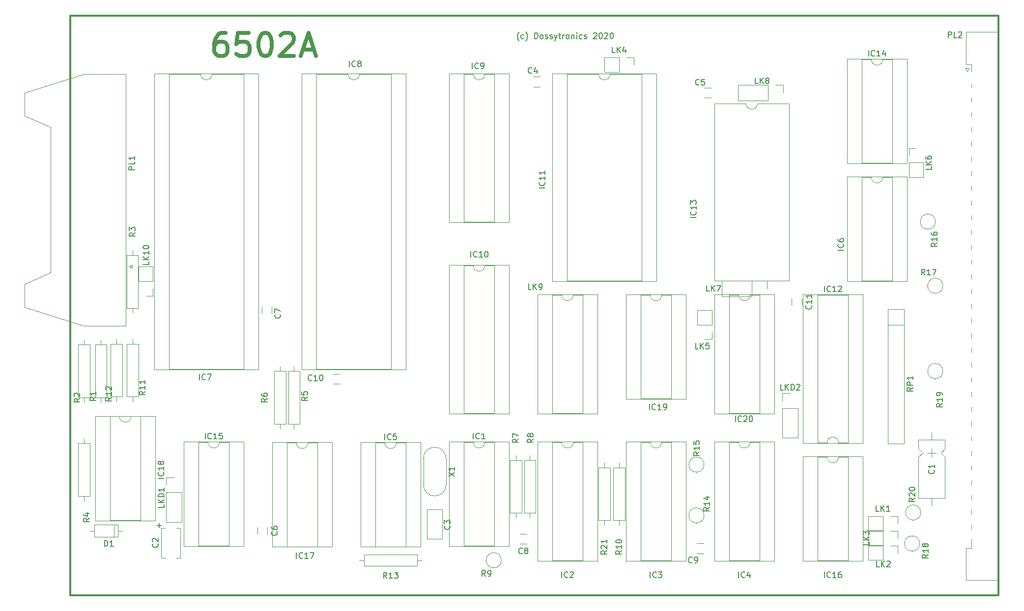
<source format=gbr>
%TF.GenerationSoftware,KiCad,Pcbnew,(5.1.6)-1*%
%TF.CreationDate,2020-09-27T17:15:56+01:00*%
%TF.ProjectId,6502A_CPU,36353032-415f-4435-9055-2e6b69636164,rev?*%
%TF.SameCoordinates,Original*%
%TF.FileFunction,Legend,Top*%
%TF.FilePolarity,Positive*%
%FSLAX46Y46*%
G04 Gerber Fmt 4.6, Leading zero omitted, Abs format (unit mm)*
G04 Created by KiCad (PCBNEW (5.1.6)-1) date 2020-09-27 17:15:56*
%MOMM*%
%LPD*%
G01*
G04 APERTURE LIST*
%ADD10C,0.150000*%
%ADD11C,0.650000*%
%ADD12C,0.120000*%
%TA.AperFunction,Profile*%
%ADD13C,0.380000*%
%TD*%
G04 APERTURE END LIST*
D10*
X177963239Y-68414913D02*
X177915620Y-68367294D01*
X177820381Y-68224437D01*
X177772762Y-68129199D01*
X177725143Y-67986341D01*
X177677524Y-67748246D01*
X177677524Y-67557770D01*
X177725143Y-67319675D01*
X177772762Y-67176818D01*
X177820381Y-67081580D01*
X177915620Y-66938722D01*
X177963239Y-66891103D01*
X178772762Y-67986341D02*
X178677524Y-68033960D01*
X178487048Y-68033960D01*
X178391810Y-67986341D01*
X178344191Y-67938722D01*
X178296572Y-67843484D01*
X178296572Y-67557770D01*
X178344191Y-67462532D01*
X178391810Y-67414913D01*
X178487048Y-67367294D01*
X178677524Y-67367294D01*
X178772762Y-67414913D01*
X179106096Y-68414913D02*
X179153715Y-68367294D01*
X179248953Y-68224437D01*
X179296572Y-68129199D01*
X179344191Y-67986341D01*
X179391810Y-67748246D01*
X179391810Y-67557770D01*
X179344191Y-67319675D01*
X179296572Y-67176818D01*
X179248953Y-67081580D01*
X179153715Y-66938722D01*
X179106096Y-66891103D01*
X180629905Y-68033960D02*
X180629905Y-67033960D01*
X180868000Y-67033960D01*
X181010858Y-67081580D01*
X181106096Y-67176818D01*
X181153715Y-67272056D01*
X181201334Y-67462532D01*
X181201334Y-67605389D01*
X181153715Y-67795865D01*
X181106096Y-67891103D01*
X181010858Y-67986341D01*
X180868000Y-68033960D01*
X180629905Y-68033960D01*
X181772762Y-68033960D02*
X181677524Y-67986341D01*
X181629905Y-67938722D01*
X181582286Y-67843484D01*
X181582286Y-67557770D01*
X181629905Y-67462532D01*
X181677524Y-67414913D01*
X181772762Y-67367294D01*
X181915620Y-67367294D01*
X182010858Y-67414913D01*
X182058477Y-67462532D01*
X182106096Y-67557770D01*
X182106096Y-67843484D01*
X182058477Y-67938722D01*
X182010858Y-67986341D01*
X181915620Y-68033960D01*
X181772762Y-68033960D01*
X182487048Y-67986341D02*
X182582286Y-68033960D01*
X182772762Y-68033960D01*
X182868000Y-67986341D01*
X182915620Y-67891103D01*
X182915620Y-67843484D01*
X182868000Y-67748246D01*
X182772762Y-67700627D01*
X182629905Y-67700627D01*
X182534667Y-67653008D01*
X182487048Y-67557770D01*
X182487048Y-67510151D01*
X182534667Y-67414913D01*
X182629905Y-67367294D01*
X182772762Y-67367294D01*
X182868000Y-67414913D01*
X183296572Y-67986341D02*
X183391810Y-68033960D01*
X183582286Y-68033960D01*
X183677524Y-67986341D01*
X183725143Y-67891103D01*
X183725143Y-67843484D01*
X183677524Y-67748246D01*
X183582286Y-67700627D01*
X183439429Y-67700627D01*
X183344191Y-67653008D01*
X183296572Y-67557770D01*
X183296572Y-67510151D01*
X183344191Y-67414913D01*
X183439429Y-67367294D01*
X183582286Y-67367294D01*
X183677524Y-67414913D01*
X184058477Y-67367294D02*
X184296572Y-68033960D01*
X184534667Y-67367294D02*
X184296572Y-68033960D01*
X184201334Y-68272056D01*
X184153715Y-68319675D01*
X184058477Y-68367294D01*
X184772762Y-67367294D02*
X185153715Y-67367294D01*
X184915620Y-67033960D02*
X184915620Y-67891103D01*
X184963239Y-67986341D01*
X185058477Y-68033960D01*
X185153715Y-68033960D01*
X185487048Y-68033960D02*
X185487048Y-67367294D01*
X185487048Y-67557770D02*
X185534667Y-67462532D01*
X185582286Y-67414913D01*
X185677524Y-67367294D01*
X185772762Y-67367294D01*
X186248953Y-68033960D02*
X186153715Y-67986341D01*
X186106096Y-67938722D01*
X186058477Y-67843484D01*
X186058477Y-67557770D01*
X186106096Y-67462532D01*
X186153715Y-67414913D01*
X186248953Y-67367294D01*
X186391810Y-67367294D01*
X186487048Y-67414913D01*
X186534667Y-67462532D01*
X186582286Y-67557770D01*
X186582286Y-67843484D01*
X186534667Y-67938722D01*
X186487048Y-67986341D01*
X186391810Y-68033960D01*
X186248953Y-68033960D01*
X187010858Y-67367294D02*
X187010858Y-68033960D01*
X187010858Y-67462532D02*
X187058477Y-67414913D01*
X187153715Y-67367294D01*
X187296572Y-67367294D01*
X187391810Y-67414913D01*
X187439429Y-67510151D01*
X187439429Y-68033960D01*
X187915620Y-68033960D02*
X187915620Y-67367294D01*
X187915620Y-67033960D02*
X187868000Y-67081580D01*
X187915620Y-67129199D01*
X187963239Y-67081580D01*
X187915620Y-67033960D01*
X187915620Y-67129199D01*
X188820381Y-67986341D02*
X188725143Y-68033960D01*
X188534667Y-68033960D01*
X188439429Y-67986341D01*
X188391810Y-67938722D01*
X188344191Y-67843484D01*
X188344191Y-67557770D01*
X188391810Y-67462532D01*
X188439429Y-67414913D01*
X188534667Y-67367294D01*
X188725143Y-67367294D01*
X188820381Y-67414913D01*
X189201334Y-67986341D02*
X189296572Y-68033960D01*
X189487048Y-68033960D01*
X189582286Y-67986341D01*
X189629905Y-67891103D01*
X189629905Y-67843484D01*
X189582286Y-67748246D01*
X189487048Y-67700627D01*
X189344191Y-67700627D01*
X189248953Y-67653008D01*
X189201334Y-67557770D01*
X189201334Y-67510151D01*
X189248953Y-67414913D01*
X189344191Y-67367294D01*
X189487048Y-67367294D01*
X189582286Y-67414913D01*
X190772762Y-67129199D02*
X190820381Y-67081580D01*
X190915620Y-67033960D01*
X191153715Y-67033960D01*
X191248953Y-67081580D01*
X191296572Y-67129199D01*
X191344191Y-67224437D01*
X191344191Y-67319675D01*
X191296572Y-67462532D01*
X190725143Y-68033960D01*
X191344191Y-68033960D01*
X191963239Y-67033960D02*
X192058477Y-67033960D01*
X192153715Y-67081580D01*
X192201334Y-67129199D01*
X192248953Y-67224437D01*
X192296572Y-67414913D01*
X192296572Y-67653008D01*
X192248953Y-67843484D01*
X192201334Y-67938722D01*
X192153715Y-67986341D01*
X192058477Y-68033960D01*
X191963239Y-68033960D01*
X191868000Y-67986341D01*
X191820381Y-67938722D01*
X191772762Y-67843484D01*
X191725143Y-67653008D01*
X191725143Y-67414913D01*
X191772762Y-67224437D01*
X191820381Y-67129199D01*
X191868000Y-67081580D01*
X191963239Y-67033960D01*
X192677524Y-67129199D02*
X192725143Y-67081580D01*
X192820381Y-67033960D01*
X193058477Y-67033960D01*
X193153715Y-67081580D01*
X193201334Y-67129199D01*
X193248953Y-67224437D01*
X193248953Y-67319675D01*
X193201334Y-67462532D01*
X192629905Y-68033960D01*
X193248953Y-68033960D01*
X193868000Y-67033960D02*
X193963239Y-67033960D01*
X194058477Y-67081580D01*
X194106096Y-67129199D01*
X194153715Y-67224437D01*
X194201334Y-67414913D01*
X194201334Y-67653008D01*
X194153715Y-67843484D01*
X194106096Y-67938722D01*
X194058477Y-67986341D01*
X193963239Y-68033960D01*
X193868000Y-68033960D01*
X193772762Y-67986341D01*
X193725143Y-67938722D01*
X193677524Y-67843484D01*
X193629905Y-67653008D01*
X193629905Y-67414913D01*
X193677524Y-67224437D01*
X193725143Y-67129199D01*
X193772762Y-67081580D01*
X193868000Y-67033960D01*
D11*
X127356753Y-67067503D02*
X126594848Y-67067503D01*
X126213896Y-67257980D01*
X126023420Y-67448456D01*
X125642467Y-68019884D01*
X125451991Y-68781789D01*
X125451991Y-70305599D01*
X125642467Y-70686551D01*
X125832943Y-70877027D01*
X126213896Y-71067503D01*
X126975800Y-71067503D01*
X127356753Y-70877027D01*
X127547229Y-70686551D01*
X127737705Y-70305599D01*
X127737705Y-69353218D01*
X127547229Y-68972265D01*
X127356753Y-68781789D01*
X126975800Y-68591313D01*
X126213896Y-68591313D01*
X125832943Y-68781789D01*
X125642467Y-68972265D01*
X125451991Y-69353218D01*
X131356753Y-67067503D02*
X129451991Y-67067503D01*
X129261515Y-68972265D01*
X129451991Y-68781789D01*
X129832943Y-68591313D01*
X130785324Y-68591313D01*
X131166277Y-68781789D01*
X131356753Y-68972265D01*
X131547229Y-69353218D01*
X131547229Y-70305599D01*
X131356753Y-70686551D01*
X131166277Y-70877027D01*
X130785324Y-71067503D01*
X129832943Y-71067503D01*
X129451991Y-70877027D01*
X129261515Y-70686551D01*
X134023420Y-67067503D02*
X134404372Y-67067503D01*
X134785324Y-67257980D01*
X134975800Y-67448456D01*
X135166277Y-67829408D01*
X135356753Y-68591313D01*
X135356753Y-69543694D01*
X135166277Y-70305599D01*
X134975800Y-70686551D01*
X134785324Y-70877027D01*
X134404372Y-71067503D01*
X134023420Y-71067503D01*
X133642467Y-70877027D01*
X133451991Y-70686551D01*
X133261515Y-70305599D01*
X133071039Y-69543694D01*
X133071039Y-68591313D01*
X133261515Y-67829408D01*
X133451991Y-67448456D01*
X133642467Y-67257980D01*
X134023420Y-67067503D01*
X136880562Y-67448456D02*
X137071039Y-67257980D01*
X137451991Y-67067503D01*
X138404372Y-67067503D01*
X138785324Y-67257980D01*
X138975800Y-67448456D01*
X139166277Y-67829408D01*
X139166277Y-68210360D01*
X138975800Y-68781789D01*
X136690086Y-71067503D01*
X139166277Y-71067503D01*
X140690086Y-69924646D02*
X142594848Y-69924646D01*
X140309134Y-71067503D02*
X141642467Y-67067503D01*
X142975800Y-71067503D01*
D10*
X115532267Y-152031808D02*
X116294172Y-152031808D01*
X115913220Y-152412760D02*
X115913220Y-151650856D01*
D12*
X223320620Y-129192780D02*
X224650620Y-129192780D01*
X223320620Y-130522780D02*
X223320620Y-129192780D01*
X223320620Y-131792780D02*
X225980620Y-131792780D01*
X225980620Y-131792780D02*
X225980620Y-136932780D01*
X223320620Y-131792780D02*
X223320620Y-136932780D01*
X223320620Y-136932780D02*
X225980620Y-136932780D01*
X117148620Y-143721580D02*
X118478620Y-143721580D01*
X117148620Y-145051580D02*
X117148620Y-143721580D01*
X117148620Y-146321580D02*
X119808620Y-146321580D01*
X119808620Y-146321580D02*
X119808620Y-151461580D01*
X117148620Y-146321580D02*
X117148620Y-151461580D01*
X117148620Y-151461580D02*
X119808620Y-151461580D01*
X226654620Y-112846980D02*
X226654620Y-114020980D01*
X224932620Y-112846980D02*
X224932620Y-114020980D01*
X145913220Y-125877180D02*
X147087220Y-125877180D01*
X145913220Y-127599180D02*
X147087220Y-127599180D01*
X246991820Y-155135380D02*
G75*
G03*
X246991820Y-155135380I-1310000J0D01*
G01*
X245681820Y-156445380D02*
X245681820Y-156575380D01*
X254899200Y-73107800D02*
X255199200Y-73707800D01*
X255499200Y-73107800D02*
X254899200Y-73107800D01*
X255199200Y-73707800D02*
X255499200Y-73107800D01*
X255939200Y-154412800D02*
X255939200Y-155912800D01*
X255939200Y-151872800D02*
X255939200Y-152673800D01*
X255939200Y-149332800D02*
X255939200Y-150133800D01*
X255939200Y-146792800D02*
X255939200Y-147593800D01*
X255939200Y-144252800D02*
X255939200Y-145053800D01*
X255939200Y-141712800D02*
X255939200Y-142513800D01*
X255939200Y-139172800D02*
X255939200Y-139973800D01*
X255939200Y-136632800D02*
X255939200Y-137433800D01*
X255939200Y-134092800D02*
X255939200Y-134893800D01*
X255939200Y-131552800D02*
X255939200Y-132353800D01*
X255939200Y-129012800D02*
X255939200Y-129813800D01*
X255939200Y-126472800D02*
X255939200Y-127273800D01*
X255939200Y-123932800D02*
X255939200Y-124733800D01*
X255939200Y-121392800D02*
X255939200Y-122193800D01*
X255939200Y-118852800D02*
X255939200Y-119653800D01*
X255939200Y-116312800D02*
X255939200Y-117113800D01*
X255939200Y-113772800D02*
X255939200Y-114573800D01*
X255939200Y-111232800D02*
X255939200Y-112033800D01*
X255939200Y-108692800D02*
X255939200Y-109493800D01*
X255939200Y-106152800D02*
X255939200Y-106953800D01*
X255939200Y-103612800D02*
X255939200Y-104413800D01*
X255939200Y-101072800D02*
X255939200Y-101873800D01*
X255939200Y-98532800D02*
X255939200Y-99333800D01*
X255939200Y-95992800D02*
X255939200Y-96793800D01*
X255939200Y-93452800D02*
X255939200Y-94253800D01*
X255939200Y-90912800D02*
X255939200Y-91713800D01*
X255939200Y-88372800D02*
X255939200Y-89173800D01*
X255939200Y-85832800D02*
X255939200Y-86633800D01*
X255939200Y-83292800D02*
X255939200Y-84093800D01*
X255939200Y-80752800D02*
X255939200Y-81553800D01*
X255939200Y-78212800D02*
X255939200Y-79013800D01*
X255939200Y-75897800D02*
X255939200Y-76473800D01*
X255939200Y-72431800D02*
X255939200Y-73707800D01*
X254939200Y-155912800D02*
X255939200Y-155912800D01*
X254939200Y-161432800D02*
X254939200Y-155912800D01*
X260499200Y-161432800D02*
X254939200Y-161432800D01*
X254939200Y-72432800D02*
X255939200Y-72432800D01*
X254939200Y-66912800D02*
X254939200Y-72432800D01*
X260499200Y-66912800D02*
X254939200Y-66912800D01*
X164746620Y-149227980D02*
X164746620Y-154347980D01*
X162126620Y-149227980D02*
X162126620Y-154347980D01*
X164746620Y-149227980D02*
X162126620Y-149227980D01*
X164746620Y-154347980D02*
X162126620Y-154347980D01*
X249060020Y-148609980D02*
X249060020Y-147349980D01*
X249060020Y-135969980D02*
X249060020Y-137229980D01*
X246750020Y-140229980D02*
X246750020Y-147349980D01*
X247500020Y-139479980D02*
X246750020Y-140229980D01*
X246750020Y-138729980D02*
X247500020Y-139479980D01*
X246750020Y-137229980D02*
X246750020Y-138729980D01*
X251370020Y-140229980D02*
X251370020Y-147349980D01*
X250620020Y-139479980D02*
X251370020Y-140229980D01*
X251370020Y-138729980D02*
X250620020Y-139479980D01*
X251370020Y-137229980D02*
X251370020Y-138729980D01*
X251370020Y-147349980D02*
X246750020Y-147349980D01*
X251370020Y-137229980D02*
X246750020Y-137229980D01*
X249810020Y-139489980D02*
X248310020Y-139489980D01*
X249060020Y-138739980D02*
X249060020Y-140239980D01*
X244776620Y-91870980D02*
X234496620Y-91870980D01*
X244776620Y-109890980D02*
X244776620Y-91870980D01*
X234496620Y-109890980D02*
X244776620Y-109890980D01*
X234496620Y-91870980D02*
X234496620Y-109890980D01*
X242286620Y-91930980D02*
X240636620Y-91930980D01*
X242286620Y-109830980D02*
X242286620Y-91930980D01*
X236986620Y-109830980D02*
X242286620Y-109830980D01*
X236986620Y-91930980D02*
X236986620Y-109830980D01*
X238636620Y-91930980D02*
X236986620Y-91930980D01*
X240636620Y-91930980D02*
G75*
G02*
X238636620Y-91930980I-1000000J0D01*
G01*
X130476620Y-137590980D02*
X120196620Y-137590980D01*
X130476620Y-155610980D02*
X130476620Y-137590980D01*
X120196620Y-155610980D02*
X130476620Y-155610980D01*
X120196620Y-137590980D02*
X120196620Y-155610980D01*
X127986620Y-137650980D02*
X126336620Y-137650980D01*
X127986620Y-155550980D02*
X127986620Y-137650980D01*
X122686620Y-155550980D02*
X127986620Y-155550980D01*
X122686620Y-137650980D02*
X122686620Y-155550980D01*
X124336620Y-137650980D02*
X122686620Y-137650980D01*
X126336620Y-137650980D02*
G75*
G02*
X124336620Y-137650980I-1000000J0D01*
G01*
X108854620Y-154010980D02*
X108854620Y-151890980D01*
X108854620Y-151890980D02*
X104734620Y-151890980D01*
X104734620Y-151890980D02*
X104734620Y-154010980D01*
X104734620Y-154010980D02*
X108854620Y-154010980D01*
X109624620Y-152950980D02*
X108854620Y-152950980D01*
X103964620Y-152950980D02*
X104734620Y-152950980D01*
X108194620Y-154010980D02*
X108194620Y-151890980D01*
X176196620Y-137590980D02*
X165916620Y-137590980D01*
X176196620Y-155610980D02*
X176196620Y-137590980D01*
X165916620Y-155610980D02*
X176196620Y-155610980D01*
X165916620Y-137590980D02*
X165916620Y-155610980D01*
X173706620Y-137650980D02*
X172056620Y-137650980D01*
X173706620Y-155550980D02*
X173706620Y-137650980D01*
X168406620Y-155550980D02*
X173706620Y-155550980D01*
X168406620Y-137650980D02*
X168406620Y-155550980D01*
X170056620Y-137650980D02*
X168406620Y-137650980D01*
X172056620Y-137650980D02*
G75*
G02*
X170056620Y-137650980I-1000000J0D01*
G01*
X191436620Y-137590980D02*
X181156620Y-137590980D01*
X191436620Y-158150980D02*
X191436620Y-137590980D01*
X181156620Y-158150980D02*
X191436620Y-158150980D01*
X181156620Y-137590980D02*
X181156620Y-158150980D01*
X188946620Y-137650980D02*
X187296620Y-137650980D01*
X188946620Y-158090980D02*
X188946620Y-137650980D01*
X183646620Y-158090980D02*
X188946620Y-158090980D01*
X183646620Y-137650980D02*
X183646620Y-158090980D01*
X185296620Y-137650980D02*
X183646620Y-137650980D01*
X187296620Y-137650980D02*
G75*
G02*
X185296620Y-137650980I-1000000J0D01*
G01*
X206676620Y-137590980D02*
X196396620Y-137590980D01*
X206676620Y-158150980D02*
X206676620Y-137590980D01*
X196396620Y-158150980D02*
X206676620Y-158150980D01*
X196396620Y-137590980D02*
X196396620Y-158150980D01*
X204186620Y-137650980D02*
X202536620Y-137650980D01*
X204186620Y-158090980D02*
X204186620Y-137650980D01*
X198886620Y-158090980D02*
X204186620Y-158090980D01*
X198886620Y-137650980D02*
X198886620Y-158090980D01*
X200536620Y-137650980D02*
X198886620Y-137650980D01*
X202536620Y-137650980D02*
G75*
G02*
X200536620Y-137650980I-1000000J0D01*
G01*
X221916620Y-137590980D02*
X211636620Y-137590980D01*
X221916620Y-158150980D02*
X221916620Y-137590980D01*
X211636620Y-158150980D02*
X221916620Y-158150980D01*
X211636620Y-137590980D02*
X211636620Y-158150980D01*
X219426620Y-137650980D02*
X217776620Y-137650980D01*
X219426620Y-158090980D02*
X219426620Y-137650980D01*
X214126620Y-158090980D02*
X219426620Y-158090980D01*
X214126620Y-137650980D02*
X214126620Y-158090980D01*
X215776620Y-137650980D02*
X214126620Y-137650980D01*
X217776620Y-137650980D02*
G75*
G02*
X215776620Y-137650980I-1000000J0D01*
G01*
X160956620Y-137697860D02*
X150676620Y-137697860D01*
X160956620Y-155717860D02*
X160956620Y-137697860D01*
X150676620Y-155717860D02*
X160956620Y-155717860D01*
X150676620Y-137697860D02*
X150676620Y-155717860D01*
X158466620Y-137757860D02*
X156816620Y-137757860D01*
X158466620Y-155657860D02*
X158466620Y-137757860D01*
X153166620Y-155657860D02*
X158466620Y-155657860D01*
X153166620Y-137757860D02*
X153166620Y-155657860D01*
X154816620Y-137757860D02*
X153166620Y-137757860D01*
X156816620Y-137757860D02*
G75*
G02*
X154816620Y-137757860I-1000000J0D01*
G01*
X133021380Y-74083560D02*
X115121380Y-74083560D01*
X133021380Y-125123560D02*
X133021380Y-74083560D01*
X115121380Y-125123560D02*
X133021380Y-125123560D01*
X115121380Y-74083560D02*
X115121380Y-125123560D01*
X130531380Y-74143560D02*
X125071380Y-74143560D01*
X130531380Y-125063560D02*
X130531380Y-74143560D01*
X117611380Y-125063560D02*
X130531380Y-125063560D01*
X117611380Y-74143560D02*
X117611380Y-125063560D01*
X123071380Y-74143560D02*
X117611380Y-74143560D01*
X125071380Y-74143560D02*
G75*
G02*
X123071380Y-74143560I-1000000J0D01*
G01*
X158421380Y-74083560D02*
X140521380Y-74083560D01*
X158421380Y-125123560D02*
X158421380Y-74083560D01*
X140521380Y-125123560D02*
X158421380Y-125123560D01*
X140521380Y-74083560D02*
X140521380Y-125123560D01*
X155931380Y-74143560D02*
X150471380Y-74143560D01*
X155931380Y-125063560D02*
X155931380Y-74143560D01*
X143011380Y-125063560D02*
X155931380Y-125063560D01*
X143011380Y-74143560D02*
X143011380Y-125063560D01*
X148471380Y-74143560D02*
X143011380Y-74143560D01*
X150471380Y-74143560D02*
G75*
G02*
X148471380Y-74143560I-1000000J0D01*
G01*
X176201380Y-74083560D02*
X165921380Y-74083560D01*
X176201380Y-99723560D02*
X176201380Y-74083560D01*
X165921380Y-99723560D02*
X176201380Y-99723560D01*
X165921380Y-74083560D02*
X165921380Y-99723560D01*
X173711380Y-74143560D02*
X172061380Y-74143560D01*
X173711380Y-99663560D02*
X173711380Y-74143560D01*
X168411380Y-99663560D02*
X173711380Y-99663560D01*
X168411380Y-74143560D02*
X168411380Y-99663560D01*
X170061380Y-74143560D02*
X168411380Y-74143560D01*
X172061380Y-74143560D02*
G75*
G02*
X170061380Y-74143560I-1000000J0D01*
G01*
X176196620Y-107110980D02*
X165916620Y-107110980D01*
X176196620Y-132750980D02*
X176196620Y-107110980D01*
X165916620Y-132750980D02*
X176196620Y-132750980D01*
X165916620Y-107110980D02*
X165916620Y-132750980D01*
X173706620Y-107170980D02*
X172056620Y-107170980D01*
X173706620Y-132690980D02*
X173706620Y-107170980D01*
X168406620Y-132690980D02*
X173706620Y-132690980D01*
X168406620Y-107170980D02*
X168406620Y-132690980D01*
X170056620Y-107170980D02*
X168406620Y-107170980D01*
X172056620Y-107170980D02*
G75*
G02*
X170056620Y-107170980I-1000000J0D01*
G01*
X226876620Y-137830980D02*
X237156620Y-137830980D01*
X226876620Y-112190980D02*
X226876620Y-137830980D01*
X237156620Y-112190980D02*
X226876620Y-112190980D01*
X237156620Y-137830980D02*
X237156620Y-112190980D01*
X229366620Y-137770980D02*
X231016620Y-137770980D01*
X229366620Y-112250980D02*
X229366620Y-137770980D01*
X234666620Y-112250980D02*
X229366620Y-112250980D01*
X234666620Y-137770980D02*
X234666620Y-112250980D01*
X233016620Y-137770980D02*
X234666620Y-137770980D01*
X231016620Y-137770980D02*
G75*
G02*
X233016620Y-137770980I1000000J0D01*
G01*
X224511380Y-79223560D02*
X219051380Y-79223560D01*
X224511380Y-109823560D02*
X224511380Y-79223560D01*
X211591380Y-109823560D02*
X224511380Y-109823560D01*
X211591380Y-79223560D02*
X211591380Y-109823560D01*
X217051380Y-79223560D02*
X211591380Y-79223560D01*
X219051380Y-79223560D02*
G75*
G02*
X217051380Y-79223560I-1000000J0D01*
G01*
X244781380Y-71543560D02*
X234501380Y-71543560D01*
X244781380Y-89563560D02*
X244781380Y-71543560D01*
X234501380Y-89563560D02*
X244781380Y-89563560D01*
X234501380Y-71543560D02*
X234501380Y-89563560D01*
X242291380Y-71603560D02*
X240641380Y-71603560D01*
X242291380Y-89503560D02*
X242291380Y-71603560D01*
X236991380Y-89503560D02*
X242291380Y-89503560D01*
X236991380Y-71603560D02*
X236991380Y-89503560D01*
X238641380Y-71603560D02*
X236991380Y-71603560D01*
X240641380Y-71603560D02*
G75*
G02*
X238641380Y-71603560I-1000000J0D01*
G01*
X237156620Y-140130980D02*
X226876620Y-140130980D01*
X237156620Y-158150980D02*
X237156620Y-140130980D01*
X226876620Y-158150980D02*
X237156620Y-158150980D01*
X226876620Y-140130980D02*
X226876620Y-158150980D01*
X234666620Y-140190980D02*
X233016620Y-140190980D01*
X234666620Y-158090980D02*
X234666620Y-140190980D01*
X229366620Y-158090980D02*
X234666620Y-158090980D01*
X229366620Y-140190980D02*
X229366620Y-158090980D01*
X231016620Y-140190980D02*
X229366620Y-140190980D01*
X233016620Y-140190980D02*
G75*
G02*
X231016620Y-140190980I-1000000J0D01*
G01*
X145716620Y-137697860D02*
X135436620Y-137697860D01*
X145716620Y-155717860D02*
X145716620Y-137697860D01*
X135436620Y-155717860D02*
X145716620Y-155717860D01*
X135436620Y-137697860D02*
X135436620Y-155717860D01*
X143226620Y-137757860D02*
X141576620Y-137757860D01*
X143226620Y-155657860D02*
X143226620Y-137757860D01*
X137926620Y-155657860D02*
X143226620Y-155657860D01*
X137926620Y-137757860D02*
X137926620Y-155657860D01*
X139576620Y-137757860D02*
X137926620Y-137757860D01*
X141576620Y-137757860D02*
G75*
G02*
X139576620Y-137757860I-1000000J0D01*
G01*
X115236620Y-133145980D02*
X104956620Y-133145980D01*
X115236620Y-151165980D02*
X115236620Y-133145980D01*
X104956620Y-151165980D02*
X115236620Y-151165980D01*
X104956620Y-133145980D02*
X104956620Y-151165980D01*
X112746620Y-133205980D02*
X111096620Y-133205980D01*
X112746620Y-151105980D02*
X112746620Y-133205980D01*
X107446620Y-151105980D02*
X112746620Y-151105980D01*
X107446620Y-133205980D02*
X107446620Y-151105980D01*
X109096620Y-133205980D02*
X107446620Y-133205980D01*
X111096620Y-133205980D02*
G75*
G02*
X109096620Y-133205980I-1000000J0D01*
G01*
X221916620Y-112190980D02*
X211636620Y-112190980D01*
X221916620Y-132750980D02*
X221916620Y-112190980D01*
X211636620Y-132750980D02*
X221916620Y-132750980D01*
X211636620Y-112190980D02*
X211636620Y-132750980D01*
X219426620Y-112250980D02*
X217776620Y-112250980D01*
X219426620Y-132690980D02*
X219426620Y-112250980D01*
X214126620Y-132690980D02*
X219426620Y-132690980D01*
X214126620Y-112250980D02*
X214126620Y-132690980D01*
X215776620Y-112250980D02*
X214126620Y-112250980D01*
X217776620Y-112250980D02*
G75*
G02*
X215776620Y-112250980I-1000000J0D01*
G01*
X191436620Y-112190980D02*
X181156620Y-112190980D01*
X191436620Y-132750980D02*
X191436620Y-112190980D01*
X181156620Y-132750980D02*
X191436620Y-132750980D01*
X181156620Y-112190980D02*
X181156620Y-132750980D01*
X188946620Y-112250980D02*
X187296620Y-112250980D01*
X188946620Y-132690980D02*
X188946620Y-112250980D01*
X183646620Y-132690980D02*
X188946620Y-132690980D01*
X183646620Y-112250980D02*
X183646620Y-132690980D01*
X185296620Y-112250980D02*
X183646620Y-112250980D01*
X187296620Y-112250980D02*
G75*
G02*
X185296620Y-112250980I-1000000J0D01*
G01*
X244338620Y-114706380D02*
X241538620Y-114706380D01*
X241538620Y-114706380D02*
X241538620Y-137906380D01*
X241538620Y-137906380D02*
X244338620Y-137906380D01*
X244338620Y-137906380D02*
X244338620Y-114706380D01*
X244338620Y-117416380D02*
X241538620Y-117416380D01*
X206676620Y-112190980D02*
X196396620Y-112190980D01*
X206676620Y-130210980D02*
X206676620Y-112190980D01*
X196396620Y-130210980D02*
X206676620Y-130210980D01*
X196396620Y-112190980D02*
X196396620Y-130210980D01*
X204186620Y-112250980D02*
X202536620Y-112250980D01*
X204186620Y-130150980D02*
X204186620Y-112250980D01*
X198886620Y-130150980D02*
X204186620Y-130150980D01*
X198886620Y-112250980D02*
X198886620Y-130150980D01*
X200536620Y-112250980D02*
X198886620Y-112250980D01*
X202536620Y-112250980D02*
G75*
G02*
X200536620Y-112250980I-1000000J0D01*
G01*
X201601380Y-74083560D02*
X183701380Y-74083560D01*
X201601380Y-109883560D02*
X201601380Y-74083560D01*
X183701380Y-109883560D02*
X201601380Y-109883560D01*
X183701380Y-74083560D02*
X183701380Y-109883560D01*
X199111380Y-74143560D02*
X193651380Y-74143560D01*
X199111380Y-109823560D02*
X199111380Y-74143560D01*
X186191380Y-109823560D02*
X199111380Y-109823560D01*
X186191380Y-74143560D02*
X186191380Y-109823560D01*
X191651380Y-74143560D02*
X186191380Y-74143560D01*
X193651380Y-74143560D02*
G75*
G02*
X191651380Y-74143560I-1000000J0D01*
G01*
X119605220Y-152434580D02*
X119605220Y-157654580D01*
X116285220Y-152434580D02*
X116285220Y-157654580D01*
X119605220Y-152434580D02*
X118941220Y-152434580D01*
X116949220Y-152434580D02*
X116285220Y-152434580D01*
X119605220Y-157654580D02*
X118941220Y-157654580D01*
X116949220Y-157654580D02*
X116285220Y-157654580D01*
X174906620Y-158030980D02*
G75*
G03*
X174906620Y-158030980I-1310000J0D01*
G01*
X172286620Y-158030980D02*
X172156620Y-158030980D01*
X247169620Y-149775980D02*
G75*
G03*
X247169620Y-149775980I-1310000J0D01*
G01*
X245859620Y-151085980D02*
X245859620Y-151215980D01*
X104905620Y-129951980D02*
X106905620Y-129951980D01*
X106905620Y-129951980D02*
X106905620Y-120831980D01*
X106905620Y-120831980D02*
X104905620Y-120831980D01*
X104905620Y-120831980D02*
X104905620Y-129951980D01*
X105905620Y-130761980D02*
X105905620Y-129951980D01*
X105905620Y-120021980D02*
X105905620Y-120831980D01*
X101984620Y-129951980D02*
X103984620Y-129951980D01*
X103984620Y-129951980D02*
X103984620Y-120831980D01*
X103984620Y-120831980D02*
X101984620Y-120831980D01*
X101984620Y-120831980D02*
X101984620Y-129951980D01*
X102984620Y-130761980D02*
X102984620Y-129951980D01*
X102984620Y-120021980D02*
X102984620Y-120831980D01*
X110341220Y-114508780D02*
X112341220Y-114508780D01*
X112341220Y-114508780D02*
X112341220Y-105388780D01*
X112341220Y-105388780D02*
X110341220Y-105388780D01*
X110341220Y-105388780D02*
X110341220Y-114508780D01*
X111341220Y-115318780D02*
X111341220Y-114508780D01*
X111341220Y-104578780D02*
X111341220Y-105388780D01*
X101984620Y-146969980D02*
X103984620Y-146969980D01*
X103984620Y-146969980D02*
X103984620Y-137849980D01*
X103984620Y-137849980D02*
X101984620Y-137849980D01*
X101984620Y-137849980D02*
X101984620Y-146969980D01*
X102984620Y-147779980D02*
X102984620Y-146969980D01*
X102984620Y-137039980D02*
X102984620Y-137849980D01*
X138179620Y-134523980D02*
X140179620Y-134523980D01*
X140179620Y-134523980D02*
X140179620Y-125403980D01*
X140179620Y-125403980D02*
X138179620Y-125403980D01*
X138179620Y-125403980D02*
X138179620Y-134523980D01*
X139179620Y-135333980D02*
X139179620Y-134523980D01*
X139179620Y-124593980D02*
X139179620Y-125403980D01*
X135766620Y-134523980D02*
X137766620Y-134523980D01*
X137766620Y-134523980D02*
X137766620Y-125403980D01*
X137766620Y-125403980D02*
X135766620Y-125403980D01*
X135766620Y-125403980D02*
X135766620Y-134523980D01*
X136766620Y-135333980D02*
X136766620Y-134523980D01*
X136766620Y-124593980D02*
X136766620Y-125403980D01*
X178406620Y-140770980D02*
X176406620Y-140770980D01*
X176406620Y-140770980D02*
X176406620Y-149890980D01*
X176406620Y-149890980D02*
X178406620Y-149890980D01*
X178406620Y-149890980D02*
X178406620Y-140770980D01*
X177406620Y-139960980D02*
X177406620Y-140770980D01*
X177406620Y-150700980D02*
X177406620Y-149890980D01*
X180819620Y-140770980D02*
X178819620Y-140770980D01*
X178819620Y-140770980D02*
X178819620Y-149890980D01*
X178819620Y-149890980D02*
X180819620Y-149890980D01*
X180819620Y-149890980D02*
X180819620Y-140770980D01*
X179819620Y-139960980D02*
X179819620Y-140770980D01*
X179819620Y-150700980D02*
X179819620Y-149890980D01*
X194186620Y-151160980D02*
X196186620Y-151160980D01*
X196186620Y-151160980D02*
X196186620Y-142040980D01*
X196186620Y-142040980D02*
X194186620Y-142040980D01*
X194186620Y-142040980D02*
X194186620Y-151160980D01*
X195186620Y-151970980D02*
X195186620Y-151160980D01*
X195186620Y-141230980D02*
X195186620Y-142040980D01*
X110366620Y-129824980D02*
X112366620Y-129824980D01*
X112366620Y-129824980D02*
X112366620Y-120704980D01*
X112366620Y-120704980D02*
X110366620Y-120704980D01*
X110366620Y-120704980D02*
X110366620Y-129824980D01*
X111366620Y-130634980D02*
X111366620Y-129824980D01*
X111366620Y-119894980D02*
X111366620Y-120704980D01*
X107572620Y-129824980D02*
X109572620Y-129824980D01*
X109572620Y-129824980D02*
X109572620Y-120704980D01*
X109572620Y-120704980D02*
X107572620Y-120704980D01*
X107572620Y-120704980D02*
X107572620Y-129824980D01*
X108572620Y-130634980D02*
X108572620Y-129824980D01*
X108572620Y-119894980D02*
X108572620Y-120704980D01*
X160376620Y-159030980D02*
X160376620Y-157030980D01*
X160376620Y-157030980D02*
X151256620Y-157030980D01*
X151256620Y-157030980D02*
X151256620Y-159030980D01*
X151256620Y-159030980D02*
X160376620Y-159030980D01*
X161186620Y-158030980D02*
X160376620Y-158030980D01*
X150446620Y-158030980D02*
X151256620Y-158030980D01*
X193646620Y-142040980D02*
X191646620Y-142040980D01*
X191646620Y-142040980D02*
X191646620Y-151160980D01*
X191646620Y-151160980D02*
X193646620Y-151160980D01*
X193646620Y-151160980D02*
X193646620Y-142040980D01*
X192646620Y-141230980D02*
X192646620Y-142040980D01*
X192646620Y-151970980D02*
X192646620Y-151160980D01*
X165361220Y-140475580D02*
X165361220Y-144975580D01*
X161461220Y-140475580D02*
X161461220Y-144975580D01*
X161461220Y-140475580D02*
G75*
G02*
X165361220Y-140475580I1950000J0D01*
G01*
X161461220Y-144975580D02*
G75*
G03*
X165361220Y-144975580I1950000J0D01*
G01*
X181569620Y-76341980D02*
X180395620Y-76341980D01*
X181569620Y-74619980D02*
X180395620Y-74619980D01*
X211033620Y-78246980D02*
X209859620Y-78246980D01*
X211033620Y-76524980D02*
X209859620Y-76524980D01*
X134579620Y-152343980D02*
X134579620Y-153517980D01*
X132857620Y-152343980D02*
X132857620Y-153517980D01*
X133619620Y-115457980D02*
X133619620Y-114283980D01*
X135341620Y-115457980D02*
X135341620Y-114283980D01*
X238122620Y-155500980D02*
X238122620Y-158020980D01*
X240662620Y-155500980D02*
X238122620Y-155500980D01*
X240662620Y-158020980D02*
X238122620Y-158020980D01*
X240662620Y-155500980D02*
X240662620Y-158020980D01*
X241922620Y-155500980D02*
X243182620Y-155500980D01*
X243182620Y-155500980D02*
X243182620Y-156760980D01*
X192656620Y-71299980D02*
X192656620Y-73819980D01*
X195196620Y-71299980D02*
X192656620Y-71299980D01*
X195196620Y-73819980D02*
X192656620Y-73819980D01*
X195196620Y-71299980D02*
X195196620Y-73819980D01*
X196456620Y-71299980D02*
X197716620Y-71299980D01*
X197716620Y-71299980D02*
X197716620Y-72559980D01*
X211178620Y-114860980D02*
X208658620Y-114860980D01*
X211178620Y-117400980D02*
X211178620Y-114860980D01*
X208658620Y-117400980D02*
X208658620Y-114860980D01*
X211178620Y-117400980D02*
X208658620Y-117400980D01*
X211178620Y-118660980D02*
X211178620Y-119920980D01*
X211178620Y-119920980D02*
X209918620Y-119920980D01*
X245107620Y-91980980D02*
X247627620Y-91980980D01*
X245107620Y-89440980D02*
X245107620Y-91980980D01*
X247627620Y-89440980D02*
X247627620Y-91980980D01*
X245107620Y-89440980D02*
X247627620Y-89440980D01*
X245107620Y-88180980D02*
X245107620Y-86920980D01*
X245107620Y-86920980D02*
X246367620Y-86920980D01*
X114887220Y-107367980D02*
X112367220Y-107367980D01*
X114887220Y-109907980D02*
X114887220Y-107367980D01*
X112367220Y-109907980D02*
X112367220Y-107367980D01*
X114887220Y-109907980D02*
X112367220Y-109907980D01*
X114887220Y-111167980D02*
X114887220Y-112427980D01*
X114887220Y-112427980D02*
X113627220Y-112427980D01*
X179283620Y-155208980D02*
X178109620Y-155208980D01*
X179283620Y-153486980D02*
X178109620Y-153486980D01*
X220646620Y-109837980D02*
X220646620Y-111167980D01*
X219316620Y-109837980D02*
X220646620Y-109837980D01*
X218046620Y-109837980D02*
X218046620Y-112497980D01*
X218046620Y-112497980D02*
X212906620Y-112497980D01*
X218046620Y-109837980D02*
X212906620Y-109837980D01*
X212906620Y-109837980D02*
X212906620Y-112497980D01*
X223440620Y-76055980D02*
X223440620Y-77385980D01*
X222110620Y-76055980D02*
X223440620Y-76055980D01*
X220840620Y-76055980D02*
X220840620Y-78715980D01*
X220840620Y-78715980D02*
X215700620Y-78715980D01*
X220840620Y-76055980D02*
X215700620Y-76055980D01*
X215700620Y-76055980D02*
X215700620Y-78715980D01*
X209831620Y-150283980D02*
G75*
G03*
X209831620Y-150283980I-1310000J0D01*
G01*
X208521620Y-151593980D02*
X208521620Y-151723980D01*
X209831620Y-141520980D02*
G75*
G03*
X209831620Y-141520980I-1310000J0D01*
G01*
X208521620Y-142830980D02*
X208521620Y-142960980D01*
X249709620Y-99610980D02*
G75*
G03*
X249709620Y-99610980I-1310000J0D01*
G01*
X248399620Y-98300980D02*
X248399620Y-98170980D01*
X250979620Y-110659980D02*
G75*
G03*
X250979620Y-110659980I-1310000J0D01*
G01*
X248359620Y-110659980D02*
X248229620Y-110659980D01*
X250979620Y-125391980D02*
G75*
G03*
X250979620Y-125391980I-1310000J0D01*
G01*
X249669620Y-126701980D02*
X249669620Y-126831980D01*
X110165820Y-74192580D02*
X110165820Y-117612580D01*
X103025820Y-117632580D02*
X110175820Y-117632580D01*
X92775820Y-114382580D02*
X103025820Y-117632580D01*
X92775820Y-110432580D02*
X92775820Y-114382580D01*
X97225820Y-108382580D02*
X92775820Y-110432580D01*
X97225820Y-83282580D02*
X97225820Y-108382580D01*
X92775820Y-81382580D02*
X97225820Y-83282580D01*
X92775820Y-77382580D02*
X92775820Y-81382580D01*
X103025820Y-74182580D02*
X92775820Y-77382580D01*
X110175820Y-74182580D02*
X103025820Y-74182580D01*
X110807820Y-107332580D02*
X111315820Y-107586580D01*
X111315820Y-107586580D02*
X111315820Y-107078580D01*
X111315820Y-107078580D02*
X110807820Y-107332580D01*
D13*
X260584000Y-64084000D02*
X100584000Y-64084000D01*
X260584000Y-164084000D02*
X260584000Y-64084000D01*
X100584000Y-164084000D02*
X260584000Y-164084000D01*
X100584000Y-64084000D02*
X100584000Y-164084000D01*
D12*
X238122620Y-150420980D02*
X238122620Y-152940980D01*
X240662620Y-150420980D02*
X238122620Y-150420980D01*
X240662620Y-152940980D02*
X238122620Y-152940980D01*
X240662620Y-150420980D02*
X240662620Y-152940980D01*
X241922620Y-150420980D02*
X243182620Y-150420980D01*
X243182620Y-150420980D02*
X243182620Y-151680980D01*
X238122620Y-152960980D02*
X238122620Y-155480980D01*
X240662620Y-152960980D02*
X238122620Y-152960980D01*
X240662620Y-155480980D02*
X238122620Y-155480980D01*
X240662620Y-152960980D02*
X240662620Y-155480980D01*
X241922620Y-152960980D02*
X243182620Y-152960980D01*
X243182620Y-152960980D02*
X243182620Y-154220980D01*
X208549620Y-155137980D02*
X209723620Y-155137980D01*
X208549620Y-156859980D02*
X209723620Y-156859980D01*
D10*
X223483953Y-128645160D02*
X223007762Y-128645160D01*
X223007762Y-127645160D01*
X223817286Y-128645160D02*
X223817286Y-127645160D01*
X224388715Y-128645160D02*
X223960143Y-128073732D01*
X224388715Y-127645160D02*
X223817286Y-128216589D01*
X224817286Y-128645160D02*
X224817286Y-127645160D01*
X225055381Y-127645160D01*
X225198239Y-127692780D01*
X225293477Y-127788018D01*
X225341096Y-127883256D01*
X225388715Y-128073732D01*
X225388715Y-128216589D01*
X225341096Y-128407065D01*
X225293477Y-128502303D01*
X225198239Y-128597541D01*
X225055381Y-128645160D01*
X224817286Y-128645160D01*
X225769667Y-127740399D02*
X225817286Y-127692780D01*
X225912524Y-127645160D01*
X226150620Y-127645160D01*
X226245858Y-127692780D01*
X226293477Y-127740399D01*
X226341096Y-127835637D01*
X226341096Y-127930875D01*
X226293477Y-128073732D01*
X225722048Y-128645160D01*
X226341096Y-128645160D01*
X116797400Y-148428046D02*
X116797400Y-148904237D01*
X115797400Y-148904237D01*
X116797400Y-148094713D02*
X115797400Y-148094713D01*
X116797400Y-147523284D02*
X116225972Y-147951856D01*
X115797400Y-147523284D02*
X116368829Y-148094713D01*
X116797400Y-147094713D02*
X115797400Y-147094713D01*
X115797400Y-146856618D01*
X115845020Y-146713760D01*
X115940258Y-146618522D01*
X116035496Y-146570903D01*
X116225972Y-146523284D01*
X116368829Y-146523284D01*
X116559305Y-146570903D01*
X116654543Y-146618522D01*
X116749781Y-146713760D01*
X116797400Y-146856618D01*
X116797400Y-147094713D01*
X116797400Y-145570903D02*
X116797400Y-146142332D01*
X116797400Y-145856618D02*
X115797400Y-145856618D01*
X115940258Y-145951856D01*
X116035496Y-146047094D01*
X116083115Y-146142332D01*
X228260762Y-114076837D02*
X228308381Y-114124456D01*
X228356000Y-114267313D01*
X228356000Y-114362551D01*
X228308381Y-114505408D01*
X228213143Y-114600646D01*
X228117905Y-114648265D01*
X227927429Y-114695884D01*
X227784572Y-114695884D01*
X227594096Y-114648265D01*
X227498858Y-114600646D01*
X227403620Y-114505408D01*
X227356000Y-114362551D01*
X227356000Y-114267313D01*
X227403620Y-114124456D01*
X227451239Y-114076837D01*
X228356000Y-113124456D02*
X228356000Y-113695884D01*
X228356000Y-113410170D02*
X227356000Y-113410170D01*
X227498858Y-113505408D01*
X227594096Y-113600646D01*
X227641715Y-113695884D01*
X228356000Y-112172075D02*
X228356000Y-112743503D01*
X228356000Y-112457789D02*
X227356000Y-112457789D01*
X227498858Y-112553027D01*
X227594096Y-112648265D01*
X227641715Y-112743503D01*
X142245162Y-126942922D02*
X142197543Y-126990541D01*
X142054686Y-127038160D01*
X141959448Y-127038160D01*
X141816591Y-126990541D01*
X141721353Y-126895303D01*
X141673734Y-126800065D01*
X141626115Y-126609589D01*
X141626115Y-126466732D01*
X141673734Y-126276256D01*
X141721353Y-126181018D01*
X141816591Y-126085780D01*
X141959448Y-126038160D01*
X142054686Y-126038160D01*
X142197543Y-126085780D01*
X142245162Y-126133399D01*
X143197543Y-127038160D02*
X142626115Y-127038160D01*
X142911829Y-127038160D02*
X142911829Y-126038160D01*
X142816591Y-126181018D01*
X142721353Y-126276256D01*
X142626115Y-126323875D01*
X143816591Y-126038160D02*
X143911829Y-126038160D01*
X144007067Y-126085780D01*
X144054686Y-126133399D01*
X144102305Y-126228637D01*
X144149924Y-126419113D01*
X144149924Y-126657208D01*
X144102305Y-126847684D01*
X144054686Y-126942922D01*
X144007067Y-126990541D01*
X143911829Y-127038160D01*
X143816591Y-127038160D01*
X143721353Y-126990541D01*
X143673734Y-126942922D01*
X143626115Y-126847684D01*
X143578496Y-126657208D01*
X143578496Y-126419113D01*
X143626115Y-126228637D01*
X143673734Y-126133399D01*
X143721353Y-126085780D01*
X143816591Y-126038160D01*
X248444200Y-157048237D02*
X247968010Y-157381570D01*
X248444200Y-157619665D02*
X247444200Y-157619665D01*
X247444200Y-157238713D01*
X247491820Y-157143475D01*
X247539439Y-157095856D01*
X247634677Y-157048237D01*
X247777534Y-157048237D01*
X247872772Y-157095856D01*
X247920391Y-157143475D01*
X247968010Y-157238713D01*
X247968010Y-157619665D01*
X248444200Y-156095856D02*
X248444200Y-156667284D01*
X248444200Y-156381570D02*
X247444200Y-156381570D01*
X247587058Y-156476808D01*
X247682296Y-156572046D01*
X247729915Y-156667284D01*
X247872772Y-155524427D02*
X247825153Y-155619665D01*
X247777534Y-155667284D01*
X247682296Y-155714903D01*
X247634677Y-155714903D01*
X247539439Y-155667284D01*
X247491820Y-155619665D01*
X247444200Y-155524427D01*
X247444200Y-155333951D01*
X247491820Y-155238713D01*
X247539439Y-155191094D01*
X247634677Y-155143475D01*
X247682296Y-155143475D01*
X247777534Y-155191094D01*
X247825153Y-155238713D01*
X247872772Y-155333951D01*
X247872772Y-155524427D01*
X247920391Y-155619665D01*
X247968010Y-155667284D01*
X248063248Y-155714903D01*
X248253724Y-155714903D01*
X248348962Y-155667284D01*
X248396581Y-155619665D01*
X248444200Y-155524427D01*
X248444200Y-155333951D01*
X248396581Y-155238713D01*
X248348962Y-155191094D01*
X248253724Y-155143475D01*
X248063248Y-155143475D01*
X247968010Y-155191094D01*
X247920391Y-155238713D01*
X247872772Y-155333951D01*
X251904962Y-67856160D02*
X251904962Y-66856160D01*
X252285915Y-66856160D01*
X252381153Y-66903780D01*
X252428772Y-66951399D01*
X252476391Y-67046637D01*
X252476391Y-67189494D01*
X252428772Y-67284732D01*
X252381153Y-67332351D01*
X252285915Y-67379970D01*
X251904962Y-67379970D01*
X253381153Y-67856160D02*
X252904962Y-67856160D01*
X252904962Y-66856160D01*
X253666867Y-66951399D02*
X253714486Y-66903780D01*
X253809724Y-66856160D01*
X254047820Y-66856160D01*
X254143058Y-66903780D01*
X254190677Y-66951399D01*
X254238296Y-67046637D01*
X254238296Y-67141875D01*
X254190677Y-67284732D01*
X253619248Y-67856160D01*
X254238296Y-67856160D01*
X165978162Y-152076246D02*
X166025781Y-152123865D01*
X166073400Y-152266722D01*
X166073400Y-152361960D01*
X166025781Y-152504818D01*
X165930543Y-152600056D01*
X165835305Y-152647675D01*
X165644829Y-152695294D01*
X165501972Y-152695294D01*
X165311496Y-152647675D01*
X165216258Y-152600056D01*
X165121020Y-152504818D01*
X165073400Y-152361960D01*
X165073400Y-152266722D01*
X165121020Y-152123865D01*
X165168639Y-152076246D01*
X165073400Y-151742913D02*
X165073400Y-151123865D01*
X165454353Y-151457199D01*
X165454353Y-151314341D01*
X165501972Y-151219103D01*
X165549591Y-151171484D01*
X165644829Y-151123865D01*
X165882924Y-151123865D01*
X165978162Y-151171484D01*
X166025781Y-151219103D01*
X166073400Y-151314341D01*
X166073400Y-151600056D01*
X166025781Y-151695294D01*
X165978162Y-151742913D01*
X249417162Y-142475046D02*
X249464781Y-142522665D01*
X249512400Y-142665522D01*
X249512400Y-142760760D01*
X249464781Y-142903618D01*
X249369543Y-142998856D01*
X249274305Y-143046475D01*
X249083829Y-143094094D01*
X248940972Y-143094094D01*
X248750496Y-143046475D01*
X248655258Y-142998856D01*
X248560020Y-142903618D01*
X248512400Y-142760760D01*
X248512400Y-142665522D01*
X248560020Y-142522665D01*
X248607639Y-142475046D01*
X249512400Y-141522665D02*
X249512400Y-142094094D01*
X249512400Y-141808380D02*
X248512400Y-141808380D01*
X248655258Y-141903618D01*
X248750496Y-141998856D01*
X248798115Y-142094094D01*
X233866000Y-104524170D02*
X232866000Y-104524170D01*
X233770762Y-103476551D02*
X233818381Y-103524170D01*
X233866000Y-103667027D01*
X233866000Y-103762265D01*
X233818381Y-103905122D01*
X233723143Y-104000360D01*
X233627905Y-104047980D01*
X233437429Y-104095599D01*
X233294572Y-104095599D01*
X233104096Y-104047980D01*
X233008858Y-104000360D01*
X232913620Y-103905122D01*
X232866000Y-103762265D01*
X232866000Y-103667027D01*
X232913620Y-103524170D01*
X232961239Y-103476551D01*
X232866000Y-102619408D02*
X232866000Y-102809884D01*
X232913620Y-102905122D01*
X232961239Y-102952741D01*
X233104096Y-103047980D01*
X233294572Y-103095599D01*
X233675524Y-103095599D01*
X233770762Y-103047980D01*
X233818381Y-103000360D01*
X233866000Y-102905122D01*
X233866000Y-102714646D01*
X233818381Y-102619408D01*
X233770762Y-102571789D01*
X233675524Y-102524170D01*
X233437429Y-102524170D01*
X233342191Y-102571789D01*
X233294572Y-102619408D01*
X233246953Y-102714646D01*
X233246953Y-102905122D01*
X233294572Y-103000360D01*
X233342191Y-103047980D01*
X233437429Y-103095599D01*
X123884239Y-137103360D02*
X123884239Y-136103360D01*
X124931858Y-137008122D02*
X124884239Y-137055741D01*
X124741381Y-137103360D01*
X124646143Y-137103360D01*
X124503286Y-137055741D01*
X124408048Y-136960503D01*
X124360429Y-136865265D01*
X124312810Y-136674789D01*
X124312810Y-136531932D01*
X124360429Y-136341456D01*
X124408048Y-136246218D01*
X124503286Y-136150980D01*
X124646143Y-136103360D01*
X124741381Y-136103360D01*
X124884239Y-136150980D01*
X124931858Y-136198599D01*
X125884239Y-137103360D02*
X125312810Y-137103360D01*
X125598524Y-137103360D02*
X125598524Y-136103360D01*
X125503286Y-136246218D01*
X125408048Y-136341456D01*
X125312810Y-136389075D01*
X126789000Y-136103360D02*
X126312810Y-136103360D01*
X126265191Y-136579551D01*
X126312810Y-136531932D01*
X126408048Y-136484313D01*
X126646143Y-136484313D01*
X126741381Y-136531932D01*
X126789000Y-136579551D01*
X126836620Y-136674789D01*
X126836620Y-136912884D01*
X126789000Y-137008122D01*
X126741381Y-137055741D01*
X126646143Y-137103360D01*
X126408048Y-137103360D01*
X126312810Y-137055741D01*
X126265191Y-137008122D01*
X106513724Y-155613160D02*
X106513724Y-154613160D01*
X106751820Y-154613160D01*
X106894677Y-154660780D01*
X106989915Y-154756018D01*
X107037534Y-154851256D01*
X107085153Y-155041732D01*
X107085153Y-155184589D01*
X107037534Y-155375065D01*
X106989915Y-155470303D01*
X106894677Y-155565541D01*
X106751820Y-155613160D01*
X106513724Y-155613160D01*
X108037534Y-155613160D02*
X107466105Y-155613160D01*
X107751820Y-155613160D02*
X107751820Y-154613160D01*
X107656581Y-154756018D01*
X107561343Y-154851256D01*
X107466105Y-154898875D01*
X170080429Y-137103360D02*
X170080429Y-136103360D01*
X171128048Y-137008122D02*
X171080429Y-137055741D01*
X170937572Y-137103360D01*
X170842334Y-137103360D01*
X170699477Y-137055741D01*
X170604239Y-136960503D01*
X170556620Y-136865265D01*
X170509000Y-136674789D01*
X170509000Y-136531932D01*
X170556620Y-136341456D01*
X170604239Y-136246218D01*
X170699477Y-136150980D01*
X170842334Y-136103360D01*
X170937572Y-136103360D01*
X171080429Y-136150980D01*
X171128048Y-136198599D01*
X172080429Y-137103360D02*
X171509000Y-137103360D01*
X171794715Y-137103360D02*
X171794715Y-136103360D01*
X171699477Y-136246218D01*
X171604239Y-136341456D01*
X171509000Y-136389075D01*
X185320429Y-161023360D02*
X185320429Y-160023360D01*
X186368048Y-160928122D02*
X186320429Y-160975741D01*
X186177572Y-161023360D01*
X186082334Y-161023360D01*
X185939477Y-160975741D01*
X185844239Y-160880503D01*
X185796620Y-160785265D01*
X185749000Y-160594789D01*
X185749000Y-160451932D01*
X185796620Y-160261456D01*
X185844239Y-160166218D01*
X185939477Y-160070980D01*
X186082334Y-160023360D01*
X186177572Y-160023360D01*
X186320429Y-160070980D01*
X186368048Y-160118599D01*
X186749000Y-160118599D02*
X186796620Y-160070980D01*
X186891858Y-160023360D01*
X187129953Y-160023360D01*
X187225191Y-160070980D01*
X187272810Y-160118599D01*
X187320429Y-160213837D01*
X187320429Y-160309075D01*
X187272810Y-160451932D01*
X186701381Y-161023360D01*
X187320429Y-161023360D01*
X200560429Y-161023360D02*
X200560429Y-160023360D01*
X201608048Y-160928122D02*
X201560429Y-160975741D01*
X201417572Y-161023360D01*
X201322334Y-161023360D01*
X201179477Y-160975741D01*
X201084239Y-160880503D01*
X201036620Y-160785265D01*
X200989000Y-160594789D01*
X200989000Y-160451932D01*
X201036620Y-160261456D01*
X201084239Y-160166218D01*
X201179477Y-160070980D01*
X201322334Y-160023360D01*
X201417572Y-160023360D01*
X201560429Y-160070980D01*
X201608048Y-160118599D01*
X201941381Y-160023360D02*
X202560429Y-160023360D01*
X202227096Y-160404313D01*
X202369953Y-160404313D01*
X202465191Y-160451932D01*
X202512810Y-160499551D01*
X202560429Y-160594789D01*
X202560429Y-160832884D01*
X202512810Y-160928122D01*
X202465191Y-160975741D01*
X202369953Y-161023360D01*
X202084239Y-161023360D01*
X201989000Y-160975741D01*
X201941381Y-160928122D01*
X215800429Y-161023360D02*
X215800429Y-160023360D01*
X216848048Y-160928122D02*
X216800429Y-160975741D01*
X216657572Y-161023360D01*
X216562334Y-161023360D01*
X216419477Y-160975741D01*
X216324239Y-160880503D01*
X216276620Y-160785265D01*
X216229000Y-160594789D01*
X216229000Y-160451932D01*
X216276620Y-160261456D01*
X216324239Y-160166218D01*
X216419477Y-160070980D01*
X216562334Y-160023360D01*
X216657572Y-160023360D01*
X216800429Y-160070980D01*
X216848048Y-160118599D01*
X217705191Y-160356694D02*
X217705191Y-161023360D01*
X217467096Y-159975741D02*
X217229000Y-160690027D01*
X217848048Y-160690027D01*
X154840429Y-137210240D02*
X154840429Y-136210240D01*
X155888048Y-137115002D02*
X155840429Y-137162621D01*
X155697572Y-137210240D01*
X155602334Y-137210240D01*
X155459477Y-137162621D01*
X155364239Y-137067383D01*
X155316620Y-136972145D01*
X155269000Y-136781669D01*
X155269000Y-136638812D01*
X155316620Y-136448336D01*
X155364239Y-136353098D01*
X155459477Y-136257860D01*
X155602334Y-136210240D01*
X155697572Y-136210240D01*
X155840429Y-136257860D01*
X155888048Y-136305479D01*
X156792810Y-136210240D02*
X156316620Y-136210240D01*
X156269000Y-136686431D01*
X156316620Y-136638812D01*
X156411858Y-136591193D01*
X156649953Y-136591193D01*
X156745191Y-136638812D01*
X156792810Y-136686431D01*
X156840429Y-136781669D01*
X156840429Y-137019764D01*
X156792810Y-137115002D01*
X156745191Y-137162621D01*
X156649953Y-137210240D01*
X156411858Y-137210240D01*
X156316620Y-137162621D01*
X156269000Y-137115002D01*
X122887229Y-126911160D02*
X122887229Y-125911160D01*
X123934848Y-126815922D02*
X123887229Y-126863541D01*
X123744372Y-126911160D01*
X123649134Y-126911160D01*
X123506277Y-126863541D01*
X123411039Y-126768303D01*
X123363420Y-126673065D01*
X123315800Y-126482589D01*
X123315800Y-126339732D01*
X123363420Y-126149256D01*
X123411039Y-126054018D01*
X123506277Y-125958780D01*
X123649134Y-125911160D01*
X123744372Y-125911160D01*
X123887229Y-125958780D01*
X123934848Y-126006399D01*
X124268181Y-125911160D02*
X124934848Y-125911160D01*
X124506277Y-126911160D01*
X148719029Y-72885360D02*
X148719029Y-71885360D01*
X149766648Y-72790122D02*
X149719029Y-72837741D01*
X149576172Y-72885360D01*
X149480934Y-72885360D01*
X149338077Y-72837741D01*
X149242839Y-72742503D01*
X149195220Y-72647265D01*
X149147600Y-72456789D01*
X149147600Y-72313932D01*
X149195220Y-72123456D01*
X149242839Y-72028218D01*
X149338077Y-71932980D01*
X149480934Y-71885360D01*
X149576172Y-71885360D01*
X149719029Y-71932980D01*
X149766648Y-71980599D01*
X150338077Y-72313932D02*
X150242839Y-72266313D01*
X150195220Y-72218694D01*
X150147600Y-72123456D01*
X150147600Y-72075837D01*
X150195220Y-71980599D01*
X150242839Y-71932980D01*
X150338077Y-71885360D01*
X150528553Y-71885360D01*
X150623791Y-71932980D01*
X150671410Y-71980599D01*
X150719029Y-72075837D01*
X150719029Y-72123456D01*
X150671410Y-72218694D01*
X150623791Y-72266313D01*
X150528553Y-72313932D01*
X150338077Y-72313932D01*
X150242839Y-72361551D01*
X150195220Y-72409170D01*
X150147600Y-72504408D01*
X150147600Y-72694884D01*
X150195220Y-72790122D01*
X150242839Y-72837741D01*
X150338077Y-72885360D01*
X150528553Y-72885360D01*
X150623791Y-72837741D01*
X150671410Y-72790122D01*
X150719029Y-72694884D01*
X150719029Y-72504408D01*
X150671410Y-72409170D01*
X150623791Y-72361551D01*
X150528553Y-72313932D01*
X169902629Y-73215560D02*
X169902629Y-72215560D01*
X170950248Y-73120322D02*
X170902629Y-73167941D01*
X170759772Y-73215560D01*
X170664534Y-73215560D01*
X170521677Y-73167941D01*
X170426439Y-73072703D01*
X170378820Y-72977465D01*
X170331200Y-72786989D01*
X170331200Y-72644132D01*
X170378820Y-72453656D01*
X170426439Y-72358418D01*
X170521677Y-72263180D01*
X170664534Y-72215560D01*
X170759772Y-72215560D01*
X170902629Y-72263180D01*
X170950248Y-72310799D01*
X171426439Y-73215560D02*
X171616915Y-73215560D01*
X171712153Y-73167941D01*
X171759772Y-73120322D01*
X171855010Y-72977465D01*
X171902629Y-72786989D01*
X171902629Y-72406037D01*
X171855010Y-72310799D01*
X171807391Y-72263180D01*
X171712153Y-72215560D01*
X171521677Y-72215560D01*
X171426439Y-72263180D01*
X171378820Y-72310799D01*
X171331200Y-72406037D01*
X171331200Y-72644132D01*
X171378820Y-72739370D01*
X171426439Y-72786989D01*
X171521677Y-72834608D01*
X171712153Y-72834608D01*
X171807391Y-72786989D01*
X171855010Y-72739370D01*
X171902629Y-72644132D01*
X169655039Y-105727560D02*
X169655039Y-104727560D01*
X170702658Y-105632322D02*
X170655039Y-105679941D01*
X170512181Y-105727560D01*
X170416943Y-105727560D01*
X170274086Y-105679941D01*
X170178848Y-105584703D01*
X170131229Y-105489465D01*
X170083610Y-105298989D01*
X170083610Y-105156132D01*
X170131229Y-104965656D01*
X170178848Y-104870418D01*
X170274086Y-104775180D01*
X170416943Y-104727560D01*
X170512181Y-104727560D01*
X170655039Y-104775180D01*
X170702658Y-104822799D01*
X171655039Y-105727560D02*
X171083610Y-105727560D01*
X171369324Y-105727560D02*
X171369324Y-104727560D01*
X171274086Y-104870418D01*
X171178848Y-104965656D01*
X171083610Y-105013275D01*
X172274086Y-104727560D02*
X172369324Y-104727560D01*
X172464562Y-104775180D01*
X172512181Y-104822799D01*
X172559800Y-104918037D01*
X172607420Y-105108513D01*
X172607420Y-105346608D01*
X172559800Y-105537084D01*
X172512181Y-105632322D01*
X172464562Y-105679941D01*
X172369324Y-105727560D01*
X172274086Y-105727560D01*
X172178848Y-105679941D01*
X172131229Y-105632322D01*
X172083610Y-105537084D01*
X172035991Y-105346608D01*
X172035991Y-105108513D01*
X172083610Y-104918037D01*
X172131229Y-104822799D01*
X172178848Y-104775180D01*
X172274086Y-104727560D01*
X230589639Y-111696560D02*
X230589639Y-110696560D01*
X231637258Y-111601322D02*
X231589639Y-111648941D01*
X231446781Y-111696560D01*
X231351543Y-111696560D01*
X231208686Y-111648941D01*
X231113448Y-111553703D01*
X231065829Y-111458465D01*
X231018210Y-111267989D01*
X231018210Y-111125132D01*
X231065829Y-110934656D01*
X231113448Y-110839418D01*
X231208686Y-110744180D01*
X231351543Y-110696560D01*
X231446781Y-110696560D01*
X231589639Y-110744180D01*
X231637258Y-110791799D01*
X232589639Y-111696560D02*
X232018210Y-111696560D01*
X232303924Y-111696560D02*
X232303924Y-110696560D01*
X232208686Y-110839418D01*
X232113448Y-110934656D01*
X232018210Y-110982275D01*
X232970591Y-110791799D02*
X233018210Y-110744180D01*
X233113448Y-110696560D01*
X233351543Y-110696560D01*
X233446781Y-110744180D01*
X233494400Y-110791799D01*
X233542020Y-110887037D01*
X233542020Y-110982275D01*
X233494400Y-111125132D01*
X232922972Y-111696560D01*
X233542020Y-111696560D01*
X208466000Y-98904360D02*
X207466000Y-98904360D01*
X208370762Y-97856741D02*
X208418381Y-97904360D01*
X208466000Y-98047218D01*
X208466000Y-98142456D01*
X208418381Y-98285313D01*
X208323143Y-98380551D01*
X208227905Y-98428170D01*
X208037429Y-98475789D01*
X207894572Y-98475789D01*
X207704096Y-98428170D01*
X207608858Y-98380551D01*
X207513620Y-98285313D01*
X207466000Y-98142456D01*
X207466000Y-98047218D01*
X207513620Y-97904360D01*
X207561239Y-97856741D01*
X208466000Y-96904360D02*
X208466000Y-97475789D01*
X208466000Y-97190075D02*
X207466000Y-97190075D01*
X207608858Y-97285313D01*
X207704096Y-97380551D01*
X207751715Y-97475789D01*
X207466000Y-96571027D02*
X207466000Y-95951980D01*
X207846953Y-96285313D01*
X207846953Y-96142456D01*
X207894572Y-96047218D01*
X207942191Y-95999599D01*
X208037429Y-95951980D01*
X208275524Y-95951980D01*
X208370762Y-95999599D01*
X208418381Y-96047218D01*
X208466000Y-96142456D01*
X208466000Y-96428170D01*
X208418381Y-96523408D01*
X208370762Y-96571027D01*
X238188999Y-71055940D02*
X238188999Y-70055940D01*
X239236618Y-70960702D02*
X239188999Y-71008321D01*
X239046141Y-71055940D01*
X238950903Y-71055940D01*
X238808046Y-71008321D01*
X238712808Y-70913083D01*
X238665189Y-70817845D01*
X238617570Y-70627369D01*
X238617570Y-70484512D01*
X238665189Y-70294036D01*
X238712808Y-70198798D01*
X238808046Y-70103560D01*
X238950903Y-70055940D01*
X239046141Y-70055940D01*
X239188999Y-70103560D01*
X239236618Y-70151179D01*
X240188999Y-71055940D02*
X239617570Y-71055940D01*
X239903284Y-71055940D02*
X239903284Y-70055940D01*
X239808046Y-70198798D01*
X239712808Y-70294036D01*
X239617570Y-70341655D01*
X241046141Y-70389274D02*
X241046141Y-71055940D01*
X240808046Y-70008321D02*
X240569951Y-70722607D01*
X241188999Y-70722607D01*
X230564239Y-161023360D02*
X230564239Y-160023360D01*
X231611858Y-160928122D02*
X231564239Y-160975741D01*
X231421381Y-161023360D01*
X231326143Y-161023360D01*
X231183286Y-160975741D01*
X231088048Y-160880503D01*
X231040429Y-160785265D01*
X230992810Y-160594789D01*
X230992810Y-160451932D01*
X231040429Y-160261456D01*
X231088048Y-160166218D01*
X231183286Y-160070980D01*
X231326143Y-160023360D01*
X231421381Y-160023360D01*
X231564239Y-160070980D01*
X231611858Y-160118599D01*
X232564239Y-161023360D02*
X231992810Y-161023360D01*
X232278524Y-161023360D02*
X232278524Y-160023360D01*
X232183286Y-160166218D01*
X232088048Y-160261456D01*
X231992810Y-160309075D01*
X233421381Y-160023360D02*
X233230905Y-160023360D01*
X233135667Y-160070980D01*
X233088048Y-160118599D01*
X232992810Y-160261456D01*
X232945191Y-160451932D01*
X232945191Y-160832884D01*
X232992810Y-160928122D01*
X233040429Y-160975741D01*
X233135667Y-161023360D01*
X233326143Y-161023360D01*
X233421381Y-160975741D01*
X233469000Y-160928122D01*
X233516620Y-160832884D01*
X233516620Y-160594789D01*
X233469000Y-160499551D01*
X233421381Y-160451932D01*
X233326143Y-160404313D01*
X233135667Y-160404313D01*
X233040429Y-160451932D01*
X232992810Y-160499551D01*
X232945191Y-160594789D01*
X139606839Y-157695960D02*
X139606839Y-156695960D01*
X140654458Y-157600722D02*
X140606839Y-157648341D01*
X140463981Y-157695960D01*
X140368743Y-157695960D01*
X140225886Y-157648341D01*
X140130648Y-157553103D01*
X140083029Y-157457865D01*
X140035410Y-157267389D01*
X140035410Y-157124532D01*
X140083029Y-156934056D01*
X140130648Y-156838818D01*
X140225886Y-156743580D01*
X140368743Y-156695960D01*
X140463981Y-156695960D01*
X140606839Y-156743580D01*
X140654458Y-156791199D01*
X141606839Y-157695960D02*
X141035410Y-157695960D01*
X141321124Y-157695960D02*
X141321124Y-156695960D01*
X141225886Y-156838818D01*
X141130648Y-156934056D01*
X141035410Y-156981675D01*
X141940172Y-156695960D02*
X142606839Y-156695960D01*
X142178267Y-157695960D01*
X116746600Y-143887760D02*
X115746600Y-143887760D01*
X116651362Y-142840141D02*
X116698981Y-142887760D01*
X116746600Y-143030618D01*
X116746600Y-143125856D01*
X116698981Y-143268713D01*
X116603743Y-143363951D01*
X116508505Y-143411570D01*
X116318029Y-143459189D01*
X116175172Y-143459189D01*
X115984696Y-143411570D01*
X115889458Y-143363951D01*
X115794220Y-143268713D01*
X115746600Y-143125856D01*
X115746600Y-143030618D01*
X115794220Y-142887760D01*
X115841839Y-142840141D01*
X116746600Y-141887760D02*
X116746600Y-142459189D01*
X116746600Y-142173475D02*
X115746600Y-142173475D01*
X115889458Y-142268713D01*
X115984696Y-142363951D01*
X116032315Y-142459189D01*
X116175172Y-141316332D02*
X116127553Y-141411570D01*
X116079934Y-141459189D01*
X115984696Y-141506808D01*
X115937077Y-141506808D01*
X115841839Y-141459189D01*
X115794220Y-141411570D01*
X115746600Y-141316332D01*
X115746600Y-141125856D01*
X115794220Y-141030618D01*
X115841839Y-140982999D01*
X115937077Y-140935380D01*
X115984696Y-140935380D01*
X116079934Y-140982999D01*
X116127553Y-141030618D01*
X116175172Y-141125856D01*
X116175172Y-141316332D01*
X116222791Y-141411570D01*
X116270410Y-141459189D01*
X116365648Y-141506808D01*
X116556124Y-141506808D01*
X116651362Y-141459189D01*
X116698981Y-141411570D01*
X116746600Y-141316332D01*
X116746600Y-141125856D01*
X116698981Y-141030618D01*
X116651362Y-140982999D01*
X116556124Y-140935380D01*
X116365648Y-140935380D01*
X116270410Y-140982999D01*
X116222791Y-141030618D01*
X116175172Y-141125856D01*
X215222639Y-134124760D02*
X215222639Y-133124760D01*
X216270258Y-134029522D02*
X216222639Y-134077141D01*
X216079781Y-134124760D01*
X215984543Y-134124760D01*
X215841686Y-134077141D01*
X215746448Y-133981903D01*
X215698829Y-133886665D01*
X215651210Y-133696189D01*
X215651210Y-133553332D01*
X215698829Y-133362856D01*
X215746448Y-133267618D01*
X215841686Y-133172380D01*
X215984543Y-133124760D01*
X216079781Y-133124760D01*
X216222639Y-133172380D01*
X216270258Y-133219999D01*
X216651210Y-133219999D02*
X216698829Y-133172380D01*
X216794067Y-133124760D01*
X217032162Y-133124760D01*
X217127400Y-133172380D01*
X217175020Y-133219999D01*
X217222639Y-133315237D01*
X217222639Y-133410475D01*
X217175020Y-133553332D01*
X216603591Y-134124760D01*
X217222639Y-134124760D01*
X217841686Y-133124760D02*
X217936924Y-133124760D01*
X218032162Y-133172380D01*
X218079781Y-133219999D01*
X218127400Y-133315237D01*
X218175020Y-133505713D01*
X218175020Y-133743808D01*
X218127400Y-133934284D01*
X218079781Y-134029522D01*
X218032162Y-134077141D01*
X217936924Y-134124760D01*
X217841686Y-134124760D01*
X217746448Y-134077141D01*
X217698829Y-134029522D01*
X217651210Y-133934284D01*
X217603591Y-133743808D01*
X217603591Y-133505713D01*
X217651210Y-133315237D01*
X217698829Y-133219999D01*
X217746448Y-133172380D01*
X217841686Y-133124760D01*
X180067353Y-111340960D02*
X179591162Y-111340960D01*
X179591162Y-110340960D01*
X180400686Y-111340960D02*
X180400686Y-110340960D01*
X180972115Y-111340960D02*
X180543543Y-110769532D01*
X180972115Y-110340960D02*
X180400686Y-110912389D01*
X181448305Y-111340960D02*
X181638781Y-111340960D01*
X181734020Y-111293341D01*
X181781639Y-111245722D01*
X181876877Y-111102865D01*
X181924496Y-110912389D01*
X181924496Y-110531437D01*
X181876877Y-110436199D01*
X181829258Y-110388580D01*
X181734020Y-110340960D01*
X181543543Y-110340960D01*
X181448305Y-110388580D01*
X181400686Y-110436199D01*
X181353067Y-110531437D01*
X181353067Y-110769532D01*
X181400686Y-110864770D01*
X181448305Y-110912389D01*
X181543543Y-110960008D01*
X181734020Y-110960008D01*
X181829258Y-110912389D01*
X181876877Y-110864770D01*
X181924496Y-110769532D01*
X245791000Y-128243046D02*
X245314810Y-128576380D01*
X245791000Y-128814475D02*
X244791000Y-128814475D01*
X244791000Y-128433522D01*
X244838620Y-128338284D01*
X244886239Y-128290665D01*
X244981477Y-128243046D01*
X245124334Y-128243046D01*
X245219572Y-128290665D01*
X245267191Y-128338284D01*
X245314810Y-128433522D01*
X245314810Y-128814475D01*
X245791000Y-127814475D02*
X244791000Y-127814475D01*
X244791000Y-127433522D01*
X244838620Y-127338284D01*
X244886239Y-127290665D01*
X244981477Y-127243046D01*
X245124334Y-127243046D01*
X245219572Y-127290665D01*
X245267191Y-127338284D01*
X245314810Y-127433522D01*
X245314810Y-127814475D01*
X245791000Y-126290665D02*
X245791000Y-126862094D01*
X245791000Y-126576380D02*
X244791000Y-126576380D01*
X244933858Y-126671618D01*
X245029096Y-126766856D01*
X245076715Y-126862094D01*
X200414439Y-132067360D02*
X200414439Y-131067360D01*
X201462058Y-131972122D02*
X201414439Y-132019741D01*
X201271581Y-132067360D01*
X201176343Y-132067360D01*
X201033486Y-132019741D01*
X200938248Y-131924503D01*
X200890629Y-131829265D01*
X200843010Y-131638789D01*
X200843010Y-131495932D01*
X200890629Y-131305456D01*
X200938248Y-131210218D01*
X201033486Y-131114980D01*
X201176343Y-131067360D01*
X201271581Y-131067360D01*
X201414439Y-131114980D01*
X201462058Y-131162599D01*
X202414439Y-132067360D02*
X201843010Y-132067360D01*
X202128724Y-132067360D02*
X202128724Y-131067360D01*
X202033486Y-131210218D01*
X201938248Y-131305456D01*
X201843010Y-131353075D01*
X202890629Y-132067360D02*
X203081105Y-132067360D01*
X203176343Y-132019741D01*
X203223962Y-131972122D01*
X203319200Y-131829265D01*
X203366820Y-131638789D01*
X203366820Y-131257837D01*
X203319200Y-131162599D01*
X203271581Y-131114980D01*
X203176343Y-131067360D01*
X202985867Y-131067360D01*
X202890629Y-131114980D01*
X202843010Y-131162599D01*
X202795391Y-131257837D01*
X202795391Y-131495932D01*
X202843010Y-131591170D01*
X202890629Y-131638789D01*
X202985867Y-131686408D01*
X203176343Y-131686408D01*
X203271581Y-131638789D01*
X203319200Y-131591170D01*
X203366820Y-131495932D01*
X182405600Y-93824360D02*
X181405600Y-93824360D01*
X182310362Y-92776741D02*
X182357981Y-92824360D01*
X182405600Y-92967218D01*
X182405600Y-93062456D01*
X182357981Y-93205313D01*
X182262743Y-93300551D01*
X182167505Y-93348170D01*
X181977029Y-93395789D01*
X181834172Y-93395789D01*
X181643696Y-93348170D01*
X181548458Y-93300551D01*
X181453220Y-93205313D01*
X181405600Y-93062456D01*
X181405600Y-92967218D01*
X181453220Y-92824360D01*
X181500839Y-92776741D01*
X182405600Y-91824360D02*
X182405600Y-92395789D01*
X182405600Y-92110075D02*
X181405600Y-92110075D01*
X181548458Y-92205313D01*
X181643696Y-92300551D01*
X181691315Y-92395789D01*
X182405600Y-90871980D02*
X182405600Y-91443408D01*
X182405600Y-91157694D02*
X181405600Y-91157694D01*
X181548458Y-91252932D01*
X181643696Y-91348170D01*
X181691315Y-91443408D01*
X115686162Y-155200446D02*
X115733781Y-155248065D01*
X115781400Y-155390922D01*
X115781400Y-155486160D01*
X115733781Y-155629018D01*
X115638543Y-155724256D01*
X115543305Y-155771875D01*
X115352829Y-155819494D01*
X115209972Y-155819494D01*
X115019496Y-155771875D01*
X114924258Y-155724256D01*
X114829020Y-155629018D01*
X114781400Y-155486160D01*
X114781400Y-155390922D01*
X114829020Y-155248065D01*
X114876639Y-155200446D01*
X114876639Y-154819494D02*
X114829020Y-154771875D01*
X114781400Y-154676637D01*
X114781400Y-154438541D01*
X114829020Y-154343303D01*
X114876639Y-154295684D01*
X114971877Y-154248065D01*
X115067115Y-154248065D01*
X115209972Y-154295684D01*
X115781400Y-154867113D01*
X115781400Y-154248065D01*
X172159953Y-160793360D02*
X171826620Y-160317170D01*
X171588524Y-160793360D02*
X171588524Y-159793360D01*
X171969477Y-159793360D01*
X172064715Y-159840980D01*
X172112334Y-159888599D01*
X172159953Y-159983837D01*
X172159953Y-160126694D01*
X172112334Y-160221932D01*
X172064715Y-160269551D01*
X171969477Y-160317170D01*
X171588524Y-160317170D01*
X172636143Y-160793360D02*
X172826620Y-160793360D01*
X172921858Y-160745741D01*
X172969477Y-160698122D01*
X173064715Y-160555265D01*
X173112334Y-160364789D01*
X173112334Y-159983837D01*
X173064715Y-159888599D01*
X173017096Y-159840980D01*
X172921858Y-159793360D01*
X172731381Y-159793360D01*
X172636143Y-159840980D01*
X172588524Y-159888599D01*
X172540905Y-159983837D01*
X172540905Y-160221932D01*
X172588524Y-160317170D01*
X172636143Y-160364789D01*
X172731381Y-160412408D01*
X172921858Y-160412408D01*
X173017096Y-160364789D01*
X173064715Y-160317170D01*
X173112334Y-160221932D01*
X246159600Y-147345437D02*
X245683410Y-147678770D01*
X246159600Y-147916865D02*
X245159600Y-147916865D01*
X245159600Y-147535913D01*
X245207220Y-147440675D01*
X245254839Y-147393056D01*
X245350077Y-147345437D01*
X245492934Y-147345437D01*
X245588172Y-147393056D01*
X245635791Y-147440675D01*
X245683410Y-147535913D01*
X245683410Y-147916865D01*
X245254839Y-146964484D02*
X245207220Y-146916865D01*
X245159600Y-146821627D01*
X245159600Y-146583532D01*
X245207220Y-146488294D01*
X245254839Y-146440675D01*
X245350077Y-146393056D01*
X245445315Y-146393056D01*
X245588172Y-146440675D01*
X246159600Y-147012103D01*
X246159600Y-146393056D01*
X245159600Y-145774008D02*
X245159600Y-145678770D01*
X245207220Y-145583532D01*
X245254839Y-145535913D01*
X245350077Y-145488294D01*
X245540553Y-145440675D01*
X245778648Y-145440675D01*
X245969124Y-145488294D01*
X246064362Y-145535913D01*
X246111981Y-145583532D01*
X246159600Y-145678770D01*
X246159600Y-145774008D01*
X246111981Y-145869246D01*
X246064362Y-145916865D01*
X245969124Y-145964484D01*
X245778648Y-146012103D01*
X245540553Y-146012103D01*
X245350077Y-145964484D01*
X245254839Y-145916865D01*
X245207220Y-145869246D01*
X245159600Y-145774008D01*
X105037200Y-129902046D02*
X104561010Y-130235380D01*
X105037200Y-130473475D02*
X104037200Y-130473475D01*
X104037200Y-130092522D01*
X104084820Y-129997284D01*
X104132439Y-129949665D01*
X104227677Y-129902046D01*
X104370534Y-129902046D01*
X104465772Y-129949665D01*
X104513391Y-129997284D01*
X104561010Y-130092522D01*
X104561010Y-130473475D01*
X105037200Y-128949665D02*
X105037200Y-129521094D01*
X105037200Y-129235380D02*
X104037200Y-129235380D01*
X104180058Y-129330618D01*
X104275296Y-129425856D01*
X104322915Y-129521094D01*
X102268600Y-130130646D02*
X101792410Y-130463980D01*
X102268600Y-130702075D02*
X101268600Y-130702075D01*
X101268600Y-130321122D01*
X101316220Y-130225884D01*
X101363839Y-130178265D01*
X101459077Y-130130646D01*
X101601934Y-130130646D01*
X101697172Y-130178265D01*
X101744791Y-130225884D01*
X101792410Y-130321122D01*
X101792410Y-130702075D01*
X101363839Y-129749694D02*
X101316220Y-129702075D01*
X101268600Y-129606837D01*
X101268600Y-129368741D01*
X101316220Y-129273503D01*
X101363839Y-129225884D01*
X101459077Y-129178265D01*
X101554315Y-129178265D01*
X101697172Y-129225884D01*
X102268600Y-129797313D01*
X102268600Y-129178265D01*
X111819000Y-101530246D02*
X111342810Y-101863580D01*
X111819000Y-102101675D02*
X110819000Y-102101675D01*
X110819000Y-101720722D01*
X110866620Y-101625484D01*
X110914239Y-101577865D01*
X111009477Y-101530246D01*
X111152334Y-101530246D01*
X111247572Y-101577865D01*
X111295191Y-101625484D01*
X111342810Y-101720722D01*
X111342810Y-102101675D01*
X110819000Y-101196913D02*
X110819000Y-100577865D01*
X111199953Y-100911199D01*
X111199953Y-100768341D01*
X111247572Y-100673103D01*
X111295191Y-100625484D01*
X111390429Y-100577865D01*
X111628524Y-100577865D01*
X111723762Y-100625484D01*
X111771381Y-100673103D01*
X111819000Y-100768341D01*
X111819000Y-101054056D01*
X111771381Y-101149294D01*
X111723762Y-101196913D01*
X103894200Y-150806246D02*
X103418010Y-151139580D01*
X103894200Y-151377675D02*
X102894200Y-151377675D01*
X102894200Y-150996722D01*
X102941820Y-150901484D01*
X102989439Y-150853865D01*
X103084677Y-150806246D01*
X103227534Y-150806246D01*
X103322772Y-150853865D01*
X103370391Y-150901484D01*
X103418010Y-150996722D01*
X103418010Y-151377675D01*
X103227534Y-149949103D02*
X103894200Y-149949103D01*
X102846581Y-150187199D02*
X103560867Y-150425294D01*
X103560867Y-149806246D01*
X141486200Y-129876646D02*
X141010010Y-130209980D01*
X141486200Y-130448075D02*
X140486200Y-130448075D01*
X140486200Y-130067122D01*
X140533820Y-129971884D01*
X140581439Y-129924265D01*
X140676677Y-129876646D01*
X140819534Y-129876646D01*
X140914772Y-129924265D01*
X140962391Y-129971884D01*
X141010010Y-130067122D01*
X141010010Y-130448075D01*
X140486200Y-128971884D02*
X140486200Y-129448075D01*
X140962391Y-129495694D01*
X140914772Y-129448075D01*
X140867153Y-129352837D01*
X140867153Y-129114741D01*
X140914772Y-129019503D01*
X140962391Y-128971884D01*
X141057629Y-128924265D01*
X141295724Y-128924265D01*
X141390962Y-128971884D01*
X141438581Y-129019503D01*
X141486200Y-129114741D01*
X141486200Y-129352837D01*
X141438581Y-129448075D01*
X141390962Y-129495694D01*
X134559000Y-130130646D02*
X134082810Y-130463980D01*
X134559000Y-130702075D02*
X133559000Y-130702075D01*
X133559000Y-130321122D01*
X133606620Y-130225884D01*
X133654239Y-130178265D01*
X133749477Y-130130646D01*
X133892334Y-130130646D01*
X133987572Y-130178265D01*
X134035191Y-130225884D01*
X134082810Y-130321122D01*
X134082810Y-130702075D01*
X133559000Y-129273503D02*
X133559000Y-129463980D01*
X133606620Y-129559218D01*
X133654239Y-129606837D01*
X133797096Y-129702075D01*
X133987572Y-129749694D01*
X134368524Y-129749694D01*
X134463762Y-129702075D01*
X134511381Y-129654456D01*
X134559000Y-129559218D01*
X134559000Y-129368741D01*
X134511381Y-129273503D01*
X134463762Y-129225884D01*
X134368524Y-129178265D01*
X134130429Y-129178265D01*
X134035191Y-129225884D01*
X133987572Y-129273503D01*
X133939953Y-129368741D01*
X133939953Y-129559218D01*
X133987572Y-129654456D01*
X134035191Y-129702075D01*
X134130429Y-129749694D01*
X177859000Y-137115646D02*
X177382810Y-137448980D01*
X177859000Y-137687075D02*
X176859000Y-137687075D01*
X176859000Y-137306122D01*
X176906620Y-137210884D01*
X176954239Y-137163265D01*
X177049477Y-137115646D01*
X177192334Y-137115646D01*
X177287572Y-137163265D01*
X177335191Y-137210884D01*
X177382810Y-137306122D01*
X177382810Y-137687075D01*
X176859000Y-136782313D02*
X176859000Y-136115646D01*
X177859000Y-136544218D01*
X180399000Y-137115646D02*
X179922810Y-137448980D01*
X180399000Y-137687075D02*
X179399000Y-137687075D01*
X179399000Y-137306122D01*
X179446620Y-137210884D01*
X179494239Y-137163265D01*
X179589477Y-137115646D01*
X179732334Y-137115646D01*
X179827572Y-137163265D01*
X179875191Y-137210884D01*
X179922810Y-137306122D01*
X179922810Y-137687075D01*
X179827572Y-136544218D02*
X179779953Y-136639456D01*
X179732334Y-136687075D01*
X179637096Y-136734694D01*
X179589477Y-136734694D01*
X179494239Y-136687075D01*
X179446620Y-136639456D01*
X179399000Y-136544218D01*
X179399000Y-136353741D01*
X179446620Y-136258503D01*
X179494239Y-136210884D01*
X179589477Y-136163265D01*
X179637096Y-136163265D01*
X179732334Y-136210884D01*
X179779953Y-136258503D01*
X179827572Y-136353741D01*
X179827572Y-136544218D01*
X179875191Y-136639456D01*
X179922810Y-136687075D01*
X180018048Y-136734694D01*
X180208524Y-136734694D01*
X180303762Y-136687075D01*
X180351381Y-136639456D01*
X180399000Y-136544218D01*
X180399000Y-136353741D01*
X180351381Y-136258503D01*
X180303762Y-136210884D01*
X180208524Y-136163265D01*
X180018048Y-136163265D01*
X179922810Y-136210884D01*
X179875191Y-136258503D01*
X179827572Y-136353741D01*
X195639000Y-156387837D02*
X195162810Y-156721170D01*
X195639000Y-156959265D02*
X194639000Y-156959265D01*
X194639000Y-156578313D01*
X194686620Y-156483075D01*
X194734239Y-156435456D01*
X194829477Y-156387837D01*
X194972334Y-156387837D01*
X195067572Y-156435456D01*
X195115191Y-156483075D01*
X195162810Y-156578313D01*
X195162810Y-156959265D01*
X195639000Y-155435456D02*
X195639000Y-156006884D01*
X195639000Y-155721170D02*
X194639000Y-155721170D01*
X194781858Y-155816408D01*
X194877096Y-155911646D01*
X194924715Y-156006884D01*
X194639000Y-154816408D02*
X194639000Y-154721170D01*
X194686620Y-154625932D01*
X194734239Y-154578313D01*
X194829477Y-154530694D01*
X195019953Y-154483075D01*
X195258048Y-154483075D01*
X195448524Y-154530694D01*
X195543762Y-154578313D01*
X195591381Y-154625932D01*
X195639000Y-154721170D01*
X195639000Y-154816408D01*
X195591381Y-154911646D01*
X195543762Y-154959265D01*
X195448524Y-155006884D01*
X195258048Y-155054503D01*
X195019953Y-155054503D01*
X194829477Y-155006884D01*
X194734239Y-154959265D01*
X194686620Y-154911646D01*
X194639000Y-154816408D01*
X113520800Y-128905037D02*
X113044610Y-129238370D01*
X113520800Y-129476465D02*
X112520800Y-129476465D01*
X112520800Y-129095513D01*
X112568420Y-129000275D01*
X112616039Y-128952656D01*
X112711277Y-128905037D01*
X112854134Y-128905037D01*
X112949372Y-128952656D01*
X112996991Y-129000275D01*
X113044610Y-129095513D01*
X113044610Y-129476465D01*
X113520800Y-127952656D02*
X113520800Y-128524084D01*
X113520800Y-128238370D02*
X112520800Y-128238370D01*
X112663658Y-128333608D01*
X112758896Y-128428846D01*
X112806515Y-128524084D01*
X113520800Y-127000275D02*
X113520800Y-127571703D01*
X113520800Y-127285989D02*
X112520800Y-127285989D01*
X112663658Y-127381227D01*
X112758896Y-127476465D01*
X112806515Y-127571703D01*
X107704200Y-129971837D02*
X107228010Y-130305170D01*
X107704200Y-130543265D02*
X106704200Y-130543265D01*
X106704200Y-130162313D01*
X106751820Y-130067075D01*
X106799439Y-130019456D01*
X106894677Y-129971837D01*
X107037534Y-129971837D01*
X107132772Y-130019456D01*
X107180391Y-130067075D01*
X107228010Y-130162313D01*
X107228010Y-130543265D01*
X107704200Y-129019456D02*
X107704200Y-129590884D01*
X107704200Y-129305170D02*
X106704200Y-129305170D01*
X106847058Y-129400408D01*
X106942296Y-129495646D01*
X106989915Y-129590884D01*
X106799439Y-128638503D02*
X106751820Y-128590884D01*
X106704200Y-128495646D01*
X106704200Y-128257551D01*
X106751820Y-128162313D01*
X106799439Y-128114694D01*
X106894677Y-128067075D01*
X106989915Y-128067075D01*
X107132772Y-128114694D01*
X107704200Y-128686122D01*
X107704200Y-128067075D01*
X155173762Y-161143360D02*
X154840429Y-160667170D01*
X154602334Y-161143360D02*
X154602334Y-160143360D01*
X154983286Y-160143360D01*
X155078524Y-160190980D01*
X155126143Y-160238599D01*
X155173762Y-160333837D01*
X155173762Y-160476694D01*
X155126143Y-160571932D01*
X155078524Y-160619551D01*
X154983286Y-160667170D01*
X154602334Y-160667170D01*
X156126143Y-161143360D02*
X155554715Y-161143360D01*
X155840429Y-161143360D02*
X155840429Y-160143360D01*
X155745191Y-160286218D01*
X155649953Y-160381456D01*
X155554715Y-160429075D01*
X156459477Y-160143360D02*
X157078524Y-160143360D01*
X156745191Y-160524313D01*
X156888048Y-160524313D01*
X156983286Y-160571932D01*
X157030905Y-160619551D01*
X157078524Y-160714789D01*
X157078524Y-160952884D01*
X157030905Y-161048122D01*
X156983286Y-161095741D01*
X156888048Y-161143360D01*
X156602334Y-161143360D01*
X156507096Y-161095741D01*
X156459477Y-161048122D01*
X193099000Y-156387837D02*
X192622810Y-156721170D01*
X193099000Y-156959265D02*
X192099000Y-156959265D01*
X192099000Y-156578313D01*
X192146620Y-156483075D01*
X192194239Y-156435456D01*
X192289477Y-156387837D01*
X192432334Y-156387837D01*
X192527572Y-156435456D01*
X192575191Y-156483075D01*
X192622810Y-156578313D01*
X192622810Y-156959265D01*
X192194239Y-156006884D02*
X192146620Y-155959265D01*
X192099000Y-155864027D01*
X192099000Y-155625932D01*
X192146620Y-155530694D01*
X192194239Y-155483075D01*
X192289477Y-155435456D01*
X192384715Y-155435456D01*
X192527572Y-155483075D01*
X193099000Y-156054503D01*
X193099000Y-155435456D01*
X193099000Y-154483075D02*
X193099000Y-155054503D01*
X193099000Y-154768789D02*
X192099000Y-154768789D01*
X192241858Y-154864027D01*
X192337096Y-154959265D01*
X192384715Y-155054503D01*
X165813600Y-143535103D02*
X166813600Y-142868437D01*
X165813600Y-142868437D02*
X166813600Y-143535103D01*
X166813600Y-141963675D02*
X166813600Y-142535103D01*
X166813600Y-142249389D02*
X165813600Y-142249389D01*
X165956458Y-142344627D01*
X166051696Y-142439865D01*
X166099315Y-142535103D01*
X180160953Y-73933122D02*
X180113334Y-73980741D01*
X179970477Y-74028360D01*
X179875239Y-74028360D01*
X179732381Y-73980741D01*
X179637143Y-73885503D01*
X179589524Y-73790265D01*
X179541905Y-73599789D01*
X179541905Y-73456932D01*
X179589524Y-73266456D01*
X179637143Y-73171218D01*
X179732381Y-73075980D01*
X179875239Y-73028360D01*
X179970477Y-73028360D01*
X180113334Y-73075980D01*
X180160953Y-73123599D01*
X181018096Y-73361694D02*
X181018096Y-74028360D01*
X180780000Y-72980741D02*
X180541905Y-73695027D01*
X181160953Y-73695027D01*
X208989953Y-75965122D02*
X208942334Y-76012741D01*
X208799477Y-76060360D01*
X208704239Y-76060360D01*
X208561381Y-76012741D01*
X208466143Y-75917503D01*
X208418524Y-75822265D01*
X208370905Y-75631789D01*
X208370905Y-75488932D01*
X208418524Y-75298456D01*
X208466143Y-75203218D01*
X208561381Y-75107980D01*
X208704239Y-75060360D01*
X208799477Y-75060360D01*
X208942334Y-75107980D01*
X208989953Y-75155599D01*
X209894715Y-75060360D02*
X209418524Y-75060360D01*
X209370905Y-75536551D01*
X209418524Y-75488932D01*
X209513762Y-75441313D01*
X209751858Y-75441313D01*
X209847096Y-75488932D01*
X209894715Y-75536551D01*
X209942334Y-75631789D01*
X209942334Y-75869884D01*
X209894715Y-75965122D01*
X209847096Y-76012741D01*
X209751858Y-76060360D01*
X209513762Y-76060360D01*
X209418524Y-76012741D01*
X209370905Y-75965122D01*
X136185762Y-153097646D02*
X136233381Y-153145265D01*
X136281000Y-153288122D01*
X136281000Y-153383360D01*
X136233381Y-153526218D01*
X136138143Y-153621456D01*
X136042905Y-153669075D01*
X135852429Y-153716694D01*
X135709572Y-153716694D01*
X135519096Y-153669075D01*
X135423858Y-153621456D01*
X135328620Y-153526218D01*
X135281000Y-153383360D01*
X135281000Y-153288122D01*
X135328620Y-153145265D01*
X135376239Y-153097646D01*
X135281000Y-152240503D02*
X135281000Y-152430980D01*
X135328620Y-152526218D01*
X135376239Y-152573837D01*
X135519096Y-152669075D01*
X135709572Y-152716694D01*
X136090524Y-152716694D01*
X136185762Y-152669075D01*
X136233381Y-152621456D01*
X136281000Y-152526218D01*
X136281000Y-152335741D01*
X136233381Y-152240503D01*
X136185762Y-152192884D01*
X136090524Y-152145265D01*
X135852429Y-152145265D01*
X135757191Y-152192884D01*
X135709572Y-152240503D01*
X135661953Y-152335741D01*
X135661953Y-152526218D01*
X135709572Y-152621456D01*
X135757191Y-152669075D01*
X135852429Y-152716694D01*
X136742762Y-115652646D02*
X136790381Y-115700265D01*
X136838000Y-115843122D01*
X136838000Y-115938360D01*
X136790381Y-116081218D01*
X136695143Y-116176456D01*
X136599905Y-116224075D01*
X136409429Y-116271694D01*
X136266572Y-116271694D01*
X136076096Y-116224075D01*
X135980858Y-116176456D01*
X135885620Y-116081218D01*
X135838000Y-115938360D01*
X135838000Y-115843122D01*
X135885620Y-115700265D01*
X135933239Y-115652646D01*
X135838000Y-115319313D02*
X135838000Y-114652646D01*
X136838000Y-115081218D01*
X240036753Y-159169160D02*
X239560562Y-159169160D01*
X239560562Y-158169160D01*
X240370086Y-159169160D02*
X240370086Y-158169160D01*
X240941515Y-159169160D02*
X240512943Y-158597732D01*
X240941515Y-158169160D02*
X240370086Y-158740589D01*
X241322467Y-158264399D02*
X241370086Y-158216780D01*
X241465324Y-158169160D01*
X241703420Y-158169160D01*
X241798658Y-158216780D01*
X241846277Y-158264399D01*
X241893896Y-158359637D01*
X241893896Y-158454875D01*
X241846277Y-158597732D01*
X241274848Y-159169160D01*
X241893896Y-159169160D01*
X194519953Y-70472360D02*
X194043762Y-70472360D01*
X194043762Y-69472360D01*
X194853286Y-70472360D02*
X194853286Y-69472360D01*
X195424715Y-70472360D02*
X194996143Y-69900932D01*
X195424715Y-69472360D02*
X194853286Y-70043789D01*
X196281858Y-69805694D02*
X196281858Y-70472360D01*
X196043762Y-69424741D02*
X195805667Y-70139027D01*
X196424715Y-70139027D01*
X208845553Y-121551760D02*
X208369362Y-121551760D01*
X208369362Y-120551760D01*
X209178886Y-121551760D02*
X209178886Y-120551760D01*
X209750315Y-121551760D02*
X209321743Y-120980332D01*
X209750315Y-120551760D02*
X209178886Y-121123189D01*
X210655077Y-120551760D02*
X210178886Y-120551760D01*
X210131267Y-121027951D01*
X210178886Y-120980332D01*
X210274124Y-120932713D01*
X210512220Y-120932713D01*
X210607458Y-120980332D01*
X210655077Y-121027951D01*
X210702696Y-121123189D01*
X210702696Y-121361284D01*
X210655077Y-121456522D01*
X210607458Y-121504141D01*
X210512220Y-121551760D01*
X210274124Y-121551760D01*
X210178886Y-121504141D01*
X210131267Y-121456522D01*
X249004400Y-90117646D02*
X249004400Y-90593837D01*
X248004400Y-90593837D01*
X249004400Y-89784313D02*
X248004400Y-89784313D01*
X249004400Y-89212884D02*
X248432972Y-89641456D01*
X248004400Y-89212884D02*
X248575829Y-89784313D01*
X248004400Y-88355741D02*
X248004400Y-88546218D01*
X248052020Y-88641456D01*
X248099639Y-88689075D01*
X248242496Y-88784313D01*
X248432972Y-88831932D01*
X248813924Y-88831932D01*
X248909162Y-88784313D01*
X248956781Y-88736694D01*
X249004400Y-88641456D01*
X249004400Y-88450980D01*
X248956781Y-88355741D01*
X248909162Y-88308122D01*
X248813924Y-88260503D01*
X248575829Y-88260503D01*
X248480591Y-88308122D01*
X248432972Y-88355741D01*
X248385353Y-88450980D01*
X248385353Y-88641456D01*
X248432972Y-88736694D01*
X248480591Y-88784313D01*
X248575829Y-88831932D01*
X114155800Y-106519637D02*
X114155800Y-106995827D01*
X113155800Y-106995827D01*
X114155800Y-106186303D02*
X113155800Y-106186303D01*
X114155800Y-105614875D02*
X113584372Y-106043446D01*
X113155800Y-105614875D02*
X113727229Y-106186303D01*
X114155800Y-104662494D02*
X114155800Y-105233922D01*
X114155800Y-104948208D02*
X113155800Y-104948208D01*
X113298658Y-105043446D01*
X113393896Y-105138684D01*
X113441515Y-105233922D01*
X113155800Y-104043446D02*
X113155800Y-103948208D01*
X113203420Y-103852970D01*
X113251039Y-103805351D01*
X113346277Y-103757732D01*
X113536753Y-103710113D01*
X113774848Y-103710113D01*
X113965324Y-103757732D01*
X114060562Y-103805351D01*
X114108181Y-103852970D01*
X114155800Y-103948208D01*
X114155800Y-104043446D01*
X114108181Y-104138684D01*
X114060562Y-104186303D01*
X113965324Y-104233922D01*
X113774848Y-104281541D01*
X113536753Y-104281541D01*
X113346277Y-104233922D01*
X113251039Y-104186303D01*
X113203420Y-104138684D01*
X113155800Y-104043446D01*
X178529953Y-156815122D02*
X178482334Y-156862741D01*
X178339477Y-156910360D01*
X178244239Y-156910360D01*
X178101381Y-156862741D01*
X178006143Y-156767503D01*
X177958524Y-156672265D01*
X177910905Y-156481789D01*
X177910905Y-156338932D01*
X177958524Y-156148456D01*
X178006143Y-156053218D01*
X178101381Y-155957980D01*
X178244239Y-155910360D01*
X178339477Y-155910360D01*
X178482334Y-155957980D01*
X178529953Y-156005599D01*
X179101381Y-156338932D02*
X179006143Y-156291313D01*
X178958524Y-156243694D01*
X178910905Y-156148456D01*
X178910905Y-156100837D01*
X178958524Y-156005599D01*
X179006143Y-155957980D01*
X179101381Y-155910360D01*
X179291858Y-155910360D01*
X179387096Y-155957980D01*
X179434715Y-156005599D01*
X179482334Y-156100837D01*
X179482334Y-156148456D01*
X179434715Y-156243694D01*
X179387096Y-156291313D01*
X179291858Y-156338932D01*
X179101381Y-156338932D01*
X179006143Y-156386551D01*
X178958524Y-156434170D01*
X178910905Y-156529408D01*
X178910905Y-156719884D01*
X178958524Y-156815122D01*
X179006143Y-156862741D01*
X179101381Y-156910360D01*
X179291858Y-156910360D01*
X179387096Y-156862741D01*
X179434715Y-156815122D01*
X179482334Y-156719884D01*
X179482334Y-156529408D01*
X179434715Y-156434170D01*
X179387096Y-156386551D01*
X179291858Y-156338932D01*
X210775953Y-111620360D02*
X210299762Y-111620360D01*
X210299762Y-110620360D01*
X211109286Y-111620360D02*
X211109286Y-110620360D01*
X211680715Y-111620360D02*
X211252143Y-111048932D01*
X211680715Y-110620360D02*
X211109286Y-111191789D01*
X212014048Y-110620360D02*
X212680715Y-110620360D01*
X212252143Y-111620360D01*
X219157953Y-75806360D02*
X218681762Y-75806360D01*
X218681762Y-74806360D01*
X219491286Y-75806360D02*
X219491286Y-74806360D01*
X220062715Y-75806360D02*
X219634143Y-75234932D01*
X220062715Y-74806360D02*
X219491286Y-75377789D01*
X220634143Y-75234932D02*
X220538905Y-75187313D01*
X220491286Y-75139694D01*
X220443667Y-75044456D01*
X220443667Y-74996837D01*
X220491286Y-74901599D01*
X220538905Y-74853980D01*
X220634143Y-74806360D01*
X220824620Y-74806360D01*
X220919858Y-74853980D01*
X220967477Y-74901599D01*
X221015096Y-74996837D01*
X221015096Y-75044456D01*
X220967477Y-75139694D01*
X220919858Y-75187313D01*
X220824620Y-75234932D01*
X220634143Y-75234932D01*
X220538905Y-75282551D01*
X220491286Y-75330170D01*
X220443667Y-75425408D01*
X220443667Y-75615884D01*
X220491286Y-75711122D01*
X220538905Y-75758741D01*
X220634143Y-75806360D01*
X220824620Y-75806360D01*
X220919858Y-75758741D01*
X220967477Y-75711122D01*
X221015096Y-75615884D01*
X221015096Y-75425408D01*
X220967477Y-75330170D01*
X220919858Y-75282551D01*
X220824620Y-75234932D01*
X210777400Y-148920237D02*
X210301210Y-149253570D01*
X210777400Y-149491665D02*
X209777400Y-149491665D01*
X209777400Y-149110713D01*
X209825020Y-149015475D01*
X209872639Y-148967856D01*
X209967877Y-148920237D01*
X210110734Y-148920237D01*
X210205972Y-148967856D01*
X210253591Y-149015475D01*
X210301210Y-149110713D01*
X210301210Y-149491665D01*
X210777400Y-147967856D02*
X210777400Y-148539284D01*
X210777400Y-148253570D02*
X209777400Y-148253570D01*
X209920258Y-148348808D01*
X210015496Y-148444046D01*
X210063115Y-148539284D01*
X210110734Y-147110713D02*
X210777400Y-147110713D01*
X209729781Y-147348808D02*
X210444067Y-147586903D01*
X210444067Y-146967856D01*
X209024800Y-139344437D02*
X208548610Y-139677770D01*
X209024800Y-139915865D02*
X208024800Y-139915865D01*
X208024800Y-139534913D01*
X208072420Y-139439675D01*
X208120039Y-139392056D01*
X208215277Y-139344437D01*
X208358134Y-139344437D01*
X208453372Y-139392056D01*
X208500991Y-139439675D01*
X208548610Y-139534913D01*
X208548610Y-139915865D01*
X209024800Y-138392056D02*
X209024800Y-138963484D01*
X209024800Y-138677770D02*
X208024800Y-138677770D01*
X208167658Y-138773008D01*
X208262896Y-138868246D01*
X208310515Y-138963484D01*
X208024800Y-137487294D02*
X208024800Y-137963484D01*
X208500991Y-138011103D01*
X208453372Y-137963484D01*
X208405753Y-137868246D01*
X208405753Y-137630151D01*
X208453372Y-137534913D01*
X208500991Y-137487294D01*
X208596229Y-137439675D01*
X208834324Y-137439675D01*
X208929562Y-137487294D01*
X208977181Y-137534913D01*
X209024800Y-137630151D01*
X209024800Y-137868246D01*
X208977181Y-137963484D01*
X208929562Y-138011103D01*
X249995000Y-103301837D02*
X249518810Y-103635170D01*
X249995000Y-103873265D02*
X248995000Y-103873265D01*
X248995000Y-103492313D01*
X249042620Y-103397075D01*
X249090239Y-103349456D01*
X249185477Y-103301837D01*
X249328334Y-103301837D01*
X249423572Y-103349456D01*
X249471191Y-103397075D01*
X249518810Y-103492313D01*
X249518810Y-103873265D01*
X249995000Y-102349456D02*
X249995000Y-102920884D01*
X249995000Y-102635170D02*
X248995000Y-102635170D01*
X249137858Y-102730408D01*
X249233096Y-102825646D01*
X249280715Y-102920884D01*
X248995000Y-101492313D02*
X248995000Y-101682789D01*
X249042620Y-101778027D01*
X249090239Y-101825646D01*
X249233096Y-101920884D01*
X249423572Y-101968503D01*
X249804524Y-101968503D01*
X249899762Y-101920884D01*
X249947381Y-101873265D01*
X249995000Y-101778027D01*
X249995000Y-101587551D01*
X249947381Y-101492313D01*
X249899762Y-101444694D01*
X249804524Y-101397075D01*
X249566429Y-101397075D01*
X249471191Y-101444694D01*
X249423572Y-101492313D01*
X249375953Y-101587551D01*
X249375953Y-101778027D01*
X249423572Y-101873265D01*
X249471191Y-101920884D01*
X249566429Y-101968503D01*
X247883762Y-108826360D02*
X247550429Y-108350170D01*
X247312334Y-108826360D02*
X247312334Y-107826360D01*
X247693286Y-107826360D01*
X247788524Y-107873980D01*
X247836143Y-107921599D01*
X247883762Y-108016837D01*
X247883762Y-108159694D01*
X247836143Y-108254932D01*
X247788524Y-108302551D01*
X247693286Y-108350170D01*
X247312334Y-108350170D01*
X248836143Y-108826360D02*
X248264715Y-108826360D01*
X248550429Y-108826360D02*
X248550429Y-107826360D01*
X248455191Y-107969218D01*
X248359953Y-108064456D01*
X248264715Y-108112075D01*
X249169477Y-107826360D02*
X249836143Y-107826360D01*
X249407572Y-108826360D01*
X250884000Y-130987837D02*
X250407810Y-131321170D01*
X250884000Y-131559265D02*
X249884000Y-131559265D01*
X249884000Y-131178313D01*
X249931620Y-131083075D01*
X249979239Y-131035456D01*
X250074477Y-130987837D01*
X250217334Y-130987837D01*
X250312572Y-131035456D01*
X250360191Y-131083075D01*
X250407810Y-131178313D01*
X250407810Y-131559265D01*
X250884000Y-130035456D02*
X250884000Y-130606884D01*
X250884000Y-130321170D02*
X249884000Y-130321170D01*
X250026858Y-130416408D01*
X250122096Y-130511646D01*
X250169715Y-130606884D01*
X250884000Y-129559265D02*
X250884000Y-129368789D01*
X250836381Y-129273551D01*
X250788762Y-129225932D01*
X250645905Y-129130694D01*
X250455429Y-129083075D01*
X250074477Y-129083075D01*
X249979239Y-129130694D01*
X249931620Y-129178313D01*
X249884000Y-129273551D01*
X249884000Y-129464027D01*
X249931620Y-129559265D01*
X249979239Y-129606884D01*
X250074477Y-129654503D01*
X250312572Y-129654503D01*
X250407810Y-129606884D01*
X250455429Y-129559265D01*
X250503048Y-129464027D01*
X250503048Y-129273551D01*
X250455429Y-129178313D01*
X250407810Y-129130694D01*
X250312572Y-129083075D01*
X111692000Y-90670037D02*
X110692000Y-90670037D01*
X110692000Y-90289084D01*
X110739620Y-90193846D01*
X110787239Y-90146227D01*
X110882477Y-90098608D01*
X111025334Y-90098608D01*
X111120572Y-90146227D01*
X111168191Y-90193846D01*
X111215810Y-90289084D01*
X111215810Y-90670037D01*
X111692000Y-89193846D02*
X111692000Y-89670037D01*
X110692000Y-89670037D01*
X111692000Y-88336703D02*
X111692000Y-88908132D01*
X111692000Y-88622418D02*
X110692000Y-88622418D01*
X110834858Y-88717656D01*
X110930096Y-88812894D01*
X110977715Y-88908132D01*
X239985953Y-149593360D02*
X239509762Y-149593360D01*
X239509762Y-148593360D01*
X240319286Y-149593360D02*
X240319286Y-148593360D01*
X240890715Y-149593360D02*
X240462143Y-149021932D01*
X240890715Y-148593360D02*
X240319286Y-149164789D01*
X241843096Y-149593360D02*
X241271667Y-149593360D01*
X241557381Y-149593360D02*
X241557381Y-148593360D01*
X241462143Y-148736218D01*
X241366905Y-148831456D01*
X241271667Y-148879075D01*
X238285600Y-154862246D02*
X238285600Y-155338437D01*
X237285600Y-155338437D01*
X238285600Y-154528913D02*
X237285600Y-154528913D01*
X238285600Y-153957484D02*
X237714172Y-154386056D01*
X237285600Y-153957484D02*
X237857029Y-154528913D01*
X237285600Y-153624151D02*
X237285600Y-153005103D01*
X237666553Y-153338437D01*
X237666553Y-153195580D01*
X237714172Y-153100341D01*
X237761791Y-153052722D01*
X237857029Y-153005103D01*
X238095124Y-153005103D01*
X238190362Y-153052722D01*
X238237981Y-153100341D01*
X238285600Y-153195580D01*
X238285600Y-153481294D01*
X238237981Y-153576532D01*
X238190362Y-153624151D01*
X207770753Y-158362722D02*
X207723134Y-158410341D01*
X207580277Y-158457960D01*
X207485039Y-158457960D01*
X207342181Y-158410341D01*
X207246943Y-158315103D01*
X207199324Y-158219865D01*
X207151705Y-158029389D01*
X207151705Y-157886532D01*
X207199324Y-157696056D01*
X207246943Y-157600818D01*
X207342181Y-157505580D01*
X207485039Y-157457960D01*
X207580277Y-157457960D01*
X207723134Y-157505580D01*
X207770753Y-157553199D01*
X208246943Y-158457960D02*
X208437420Y-158457960D01*
X208532658Y-158410341D01*
X208580277Y-158362722D01*
X208675515Y-158219865D01*
X208723134Y-158029389D01*
X208723134Y-157648437D01*
X208675515Y-157553199D01*
X208627896Y-157505580D01*
X208532658Y-157457960D01*
X208342181Y-157457960D01*
X208246943Y-157505580D01*
X208199324Y-157553199D01*
X208151705Y-157648437D01*
X208151705Y-157886532D01*
X208199324Y-157981770D01*
X208246943Y-158029389D01*
X208342181Y-158077008D01*
X208532658Y-158077008D01*
X208627896Y-158029389D01*
X208675515Y-157981770D01*
X208723134Y-157886532D01*
M02*

</source>
